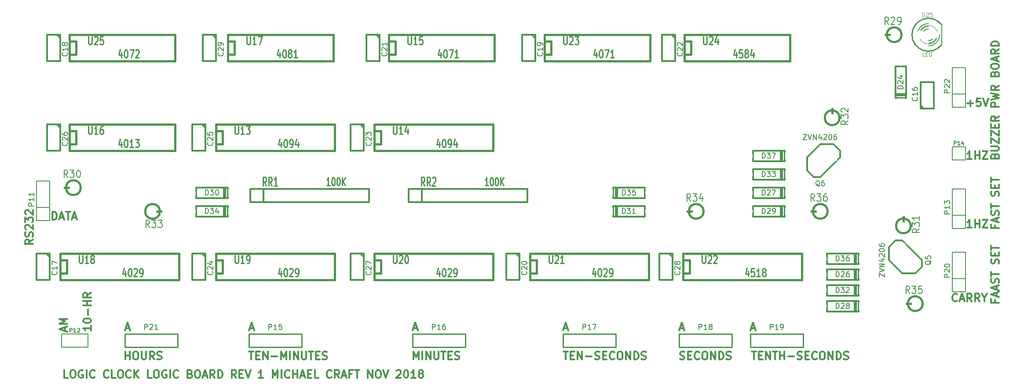
<source format=gto>
G04 (created by PCBNEW (2013-jul-07)-stable) date Sat 24 Nov 2018 12:45:13 PM EST*
%MOIN*%
G04 Gerber Fmt 3.4, Leading zero omitted, Abs format*
%FSLAX34Y34*%
G01*
G70*
G90*
G04 APERTURE LIST*
%ADD10C,0.00590551*%
%ADD11C,0.011811*%
%ADD12C,0.006*%
%ADD13C,0.012*%
%ADD14C,0.015*%
%ADD15C,0.01*%
%ADD16C,0.008*%
%ADD17C,0.003*%
%ADD18C,0.0107*%
%ADD19C,0.0035*%
%ADD20C,0.01125*%
%ADD21C,0.2*%
%ADD22R,0.055X0.055*%
%ADD23C,0.055*%
%ADD24R,0.06X0.06*%
%ADD25C,0.06*%
%ADD26C,0.066*%
G04 APERTURE END LIST*
G54D10*
G54D11*
X18639Y-46142D02*
X18357Y-46338D01*
X18639Y-46479D02*
X18048Y-46479D01*
X18048Y-46254D01*
X18076Y-46198D01*
X18104Y-46170D01*
X18160Y-46142D01*
X18245Y-46142D01*
X18301Y-46170D01*
X18329Y-46198D01*
X18357Y-46254D01*
X18357Y-46479D01*
X18610Y-45917D02*
X18639Y-45832D01*
X18639Y-45692D01*
X18610Y-45635D01*
X18582Y-45607D01*
X18526Y-45579D01*
X18470Y-45579D01*
X18414Y-45607D01*
X18385Y-45635D01*
X18357Y-45692D01*
X18329Y-45804D01*
X18301Y-45860D01*
X18273Y-45888D01*
X18217Y-45917D01*
X18160Y-45917D01*
X18104Y-45888D01*
X18076Y-45860D01*
X18048Y-45804D01*
X18048Y-45664D01*
X18076Y-45579D01*
X18104Y-45354D02*
X18076Y-45326D01*
X18048Y-45270D01*
X18048Y-45129D01*
X18076Y-45073D01*
X18104Y-45045D01*
X18160Y-45017D01*
X18217Y-45017D01*
X18301Y-45045D01*
X18639Y-45382D01*
X18639Y-45017D01*
X18048Y-44820D02*
X18048Y-44454D01*
X18273Y-44651D01*
X18273Y-44567D01*
X18301Y-44511D01*
X18329Y-44482D01*
X18385Y-44454D01*
X18526Y-44454D01*
X18582Y-44482D01*
X18610Y-44511D01*
X18639Y-44567D01*
X18639Y-44735D01*
X18610Y-44792D01*
X18582Y-44820D01*
X18104Y-44229D02*
X18076Y-44201D01*
X18048Y-44145D01*
X18048Y-44004D01*
X18076Y-43948D01*
X18104Y-43920D01*
X18160Y-43892D01*
X18217Y-43892D01*
X18301Y-43920D01*
X18639Y-44257D01*
X18639Y-43892D01*
X20114Y-44639D02*
X20114Y-44048D01*
X20254Y-44048D01*
X20339Y-44076D01*
X20395Y-44132D01*
X20423Y-44189D01*
X20451Y-44301D01*
X20451Y-44385D01*
X20423Y-44498D01*
X20395Y-44554D01*
X20339Y-44610D01*
X20254Y-44639D01*
X20114Y-44639D01*
X20676Y-44470D02*
X20957Y-44470D01*
X20620Y-44639D02*
X20817Y-44048D01*
X21014Y-44639D01*
X21126Y-44048D02*
X21464Y-44048D01*
X21295Y-44639D02*
X21295Y-44048D01*
X21632Y-44470D02*
X21913Y-44470D01*
X21576Y-44639D02*
X21773Y-44048D01*
X21970Y-44639D01*
X73059Y-52870D02*
X73340Y-52870D01*
X73003Y-53039D02*
X73200Y-52448D01*
X73396Y-53039D01*
X67659Y-52870D02*
X67940Y-52870D01*
X67603Y-53039D02*
X67800Y-52448D01*
X67996Y-53039D01*
X58859Y-52870D02*
X59140Y-52870D01*
X58803Y-53039D02*
X59000Y-52448D01*
X59196Y-53039D01*
X47459Y-52870D02*
X47740Y-52870D01*
X47403Y-53039D02*
X47600Y-52448D01*
X47796Y-53039D01*
X35059Y-52870D02*
X35340Y-52870D01*
X35003Y-53039D02*
X35200Y-52448D01*
X35396Y-53039D01*
X25659Y-52870D02*
X25940Y-52870D01*
X25603Y-53039D02*
X25800Y-52448D01*
X25996Y-53039D01*
X23039Y-52682D02*
X23039Y-53020D01*
X23039Y-52851D02*
X22448Y-52851D01*
X22532Y-52907D01*
X22589Y-52963D01*
X22617Y-53020D01*
X22448Y-52317D02*
X22448Y-52260D01*
X22476Y-52204D01*
X22504Y-52176D01*
X22560Y-52148D01*
X22673Y-52120D01*
X22814Y-52120D01*
X22926Y-52148D01*
X22982Y-52176D01*
X23010Y-52204D01*
X23039Y-52260D01*
X23039Y-52317D01*
X23010Y-52373D01*
X22982Y-52401D01*
X22926Y-52429D01*
X22814Y-52457D01*
X22673Y-52457D01*
X22560Y-52429D01*
X22504Y-52401D01*
X22476Y-52373D01*
X22448Y-52317D01*
X22814Y-51867D02*
X22814Y-51417D01*
X23039Y-51135D02*
X22448Y-51135D01*
X22729Y-51135D02*
X22729Y-50798D01*
X23039Y-50798D02*
X22448Y-50798D01*
X23039Y-50179D02*
X22757Y-50376D01*
X23039Y-50517D02*
X22448Y-50517D01*
X22448Y-50292D01*
X22476Y-50236D01*
X22504Y-50207D01*
X22560Y-50179D01*
X22645Y-50179D01*
X22701Y-50207D01*
X22729Y-50236D01*
X22757Y-50292D01*
X22757Y-50517D01*
X21070Y-53078D02*
X21070Y-52796D01*
X21239Y-53134D02*
X20648Y-52937D01*
X21239Y-52740D01*
X21239Y-52543D02*
X20648Y-52543D01*
X21070Y-52346D01*
X20648Y-52150D01*
X21239Y-52150D01*
X25636Y-55239D02*
X25636Y-54648D01*
X25636Y-54929D02*
X25973Y-54929D01*
X25973Y-55239D02*
X25973Y-54648D01*
X26367Y-54648D02*
X26479Y-54648D01*
X26535Y-54676D01*
X26592Y-54732D01*
X26620Y-54845D01*
X26620Y-55042D01*
X26592Y-55154D01*
X26535Y-55210D01*
X26479Y-55239D01*
X26367Y-55239D01*
X26311Y-55210D01*
X26254Y-55154D01*
X26226Y-55042D01*
X26226Y-54845D01*
X26254Y-54732D01*
X26311Y-54676D01*
X26367Y-54648D01*
X26873Y-54648D02*
X26873Y-55126D01*
X26901Y-55182D01*
X26929Y-55210D01*
X26985Y-55239D01*
X27098Y-55239D01*
X27154Y-55210D01*
X27182Y-55182D01*
X27210Y-55126D01*
X27210Y-54648D01*
X27829Y-55239D02*
X27632Y-54957D01*
X27492Y-55239D02*
X27492Y-54648D01*
X27717Y-54648D01*
X27773Y-54676D01*
X27801Y-54704D01*
X27829Y-54760D01*
X27829Y-54845D01*
X27801Y-54901D01*
X27773Y-54929D01*
X27717Y-54957D01*
X27492Y-54957D01*
X28054Y-55210D02*
X28138Y-55239D01*
X28279Y-55239D01*
X28335Y-55210D01*
X28363Y-55182D01*
X28392Y-55126D01*
X28392Y-55070D01*
X28363Y-55014D01*
X28335Y-54985D01*
X28279Y-54957D01*
X28167Y-54929D01*
X28110Y-54901D01*
X28082Y-54873D01*
X28054Y-54817D01*
X28054Y-54760D01*
X28082Y-54704D01*
X28110Y-54676D01*
X28167Y-54648D01*
X28307Y-54648D01*
X28392Y-54676D01*
X35019Y-54648D02*
X35356Y-54648D01*
X35187Y-55239D02*
X35187Y-54648D01*
X35553Y-54929D02*
X35750Y-54929D01*
X35834Y-55239D02*
X35553Y-55239D01*
X35553Y-54648D01*
X35834Y-54648D01*
X36087Y-55239D02*
X36087Y-54648D01*
X36425Y-55239D01*
X36425Y-54648D01*
X36706Y-55014D02*
X37156Y-55014D01*
X37437Y-55239D02*
X37437Y-54648D01*
X37634Y-55070D01*
X37831Y-54648D01*
X37831Y-55239D01*
X38112Y-55239D02*
X38112Y-54648D01*
X38393Y-55239D02*
X38393Y-54648D01*
X38731Y-55239D01*
X38731Y-54648D01*
X39012Y-54648D02*
X39012Y-55126D01*
X39040Y-55182D01*
X39068Y-55210D01*
X39124Y-55239D01*
X39237Y-55239D01*
X39293Y-55210D01*
X39321Y-55182D01*
X39349Y-55126D01*
X39349Y-54648D01*
X39546Y-54648D02*
X39884Y-54648D01*
X39715Y-55239D02*
X39715Y-54648D01*
X40080Y-54929D02*
X40277Y-54929D01*
X40362Y-55239D02*
X40080Y-55239D01*
X40080Y-54648D01*
X40362Y-54648D01*
X40587Y-55210D02*
X40671Y-55239D01*
X40812Y-55239D01*
X40868Y-55210D01*
X40896Y-55182D01*
X40924Y-55126D01*
X40924Y-55070D01*
X40896Y-55014D01*
X40868Y-54985D01*
X40812Y-54957D01*
X40699Y-54929D01*
X40643Y-54901D01*
X40615Y-54873D01*
X40587Y-54817D01*
X40587Y-54760D01*
X40615Y-54704D01*
X40643Y-54676D01*
X40699Y-54648D01*
X40840Y-54648D01*
X40924Y-54676D01*
X47470Y-55239D02*
X47470Y-54648D01*
X47667Y-55070D01*
X47864Y-54648D01*
X47864Y-55239D01*
X48145Y-55239D02*
X48145Y-54648D01*
X48426Y-55239D02*
X48426Y-54648D01*
X48764Y-55239D01*
X48764Y-54648D01*
X49045Y-54648D02*
X49045Y-55126D01*
X49073Y-55182D01*
X49101Y-55210D01*
X49157Y-55239D01*
X49270Y-55239D01*
X49326Y-55210D01*
X49354Y-55182D01*
X49382Y-55126D01*
X49382Y-54648D01*
X49579Y-54648D02*
X49917Y-54648D01*
X49748Y-55239D02*
X49748Y-54648D01*
X50113Y-54929D02*
X50310Y-54929D01*
X50395Y-55239D02*
X50113Y-55239D01*
X50113Y-54648D01*
X50395Y-54648D01*
X50620Y-55210D02*
X50704Y-55239D01*
X50845Y-55239D01*
X50901Y-55210D01*
X50929Y-55182D01*
X50957Y-55126D01*
X50957Y-55070D01*
X50929Y-55014D01*
X50901Y-54985D01*
X50845Y-54957D01*
X50732Y-54929D01*
X50676Y-54901D01*
X50648Y-54873D01*
X50620Y-54817D01*
X50620Y-54760D01*
X50648Y-54704D01*
X50676Y-54676D01*
X50732Y-54648D01*
X50873Y-54648D01*
X50957Y-54676D01*
X58850Y-54648D02*
X59187Y-54648D01*
X59019Y-55239D02*
X59019Y-54648D01*
X59384Y-54929D02*
X59581Y-54929D01*
X59665Y-55239D02*
X59384Y-55239D01*
X59384Y-54648D01*
X59665Y-54648D01*
X59919Y-55239D02*
X59919Y-54648D01*
X60256Y-55239D01*
X60256Y-54648D01*
X60537Y-55014D02*
X60987Y-55014D01*
X61240Y-55210D02*
X61325Y-55239D01*
X61465Y-55239D01*
X61521Y-55210D01*
X61550Y-55182D01*
X61578Y-55126D01*
X61578Y-55070D01*
X61550Y-55014D01*
X61521Y-54985D01*
X61465Y-54957D01*
X61353Y-54929D01*
X61296Y-54901D01*
X61268Y-54873D01*
X61240Y-54817D01*
X61240Y-54760D01*
X61268Y-54704D01*
X61296Y-54676D01*
X61353Y-54648D01*
X61493Y-54648D01*
X61578Y-54676D01*
X61831Y-54929D02*
X62028Y-54929D01*
X62112Y-55239D02*
X61831Y-55239D01*
X61831Y-54648D01*
X62112Y-54648D01*
X62703Y-55182D02*
X62674Y-55210D01*
X62590Y-55239D01*
X62534Y-55239D01*
X62449Y-55210D01*
X62393Y-55154D01*
X62365Y-55098D01*
X62337Y-54985D01*
X62337Y-54901D01*
X62365Y-54789D01*
X62393Y-54732D01*
X62449Y-54676D01*
X62534Y-54648D01*
X62590Y-54648D01*
X62674Y-54676D01*
X62703Y-54704D01*
X63068Y-54648D02*
X63181Y-54648D01*
X63237Y-54676D01*
X63293Y-54732D01*
X63321Y-54845D01*
X63321Y-55042D01*
X63293Y-55154D01*
X63237Y-55210D01*
X63181Y-55239D01*
X63068Y-55239D01*
X63012Y-55210D01*
X62956Y-55154D01*
X62928Y-55042D01*
X62928Y-54845D01*
X62956Y-54732D01*
X63012Y-54676D01*
X63068Y-54648D01*
X63574Y-55239D02*
X63574Y-54648D01*
X63912Y-55239D01*
X63912Y-54648D01*
X64193Y-55239D02*
X64193Y-54648D01*
X64334Y-54648D01*
X64418Y-54676D01*
X64474Y-54732D01*
X64502Y-54789D01*
X64530Y-54901D01*
X64530Y-54985D01*
X64502Y-55098D01*
X64474Y-55154D01*
X64418Y-55210D01*
X64334Y-55239D01*
X64193Y-55239D01*
X64755Y-55210D02*
X64840Y-55239D01*
X64980Y-55239D01*
X65037Y-55210D01*
X65065Y-55182D01*
X65093Y-55126D01*
X65093Y-55070D01*
X65065Y-55014D01*
X65037Y-54985D01*
X64980Y-54957D01*
X64868Y-54929D01*
X64812Y-54901D01*
X64784Y-54873D01*
X64755Y-54817D01*
X64755Y-54760D01*
X64784Y-54704D01*
X64812Y-54676D01*
X64868Y-54648D01*
X65008Y-54648D01*
X65093Y-54676D01*
X67673Y-55210D02*
X67758Y-55239D01*
X67898Y-55239D01*
X67954Y-55210D01*
X67983Y-55182D01*
X68011Y-55126D01*
X68011Y-55070D01*
X67983Y-55014D01*
X67954Y-54985D01*
X67898Y-54957D01*
X67786Y-54929D01*
X67729Y-54901D01*
X67701Y-54873D01*
X67673Y-54817D01*
X67673Y-54760D01*
X67701Y-54704D01*
X67729Y-54676D01*
X67786Y-54648D01*
X67926Y-54648D01*
X68011Y-54676D01*
X68264Y-54929D02*
X68461Y-54929D01*
X68545Y-55239D02*
X68264Y-55239D01*
X68264Y-54648D01*
X68545Y-54648D01*
X69135Y-55182D02*
X69107Y-55210D01*
X69023Y-55239D01*
X68967Y-55239D01*
X68882Y-55210D01*
X68826Y-55154D01*
X68798Y-55098D01*
X68770Y-54985D01*
X68770Y-54901D01*
X68798Y-54789D01*
X68826Y-54732D01*
X68882Y-54676D01*
X68967Y-54648D01*
X69023Y-54648D01*
X69107Y-54676D01*
X69135Y-54704D01*
X69501Y-54648D02*
X69614Y-54648D01*
X69670Y-54676D01*
X69726Y-54732D01*
X69754Y-54845D01*
X69754Y-55042D01*
X69726Y-55154D01*
X69670Y-55210D01*
X69614Y-55239D01*
X69501Y-55239D01*
X69445Y-55210D01*
X69389Y-55154D01*
X69360Y-55042D01*
X69360Y-54845D01*
X69389Y-54732D01*
X69445Y-54676D01*
X69501Y-54648D01*
X70007Y-55239D02*
X70007Y-54648D01*
X70345Y-55239D01*
X70345Y-54648D01*
X70626Y-55239D02*
X70626Y-54648D01*
X70767Y-54648D01*
X70851Y-54676D01*
X70907Y-54732D01*
X70935Y-54789D01*
X70963Y-54901D01*
X70963Y-54985D01*
X70935Y-55098D01*
X70907Y-55154D01*
X70851Y-55210D01*
X70767Y-55239D01*
X70626Y-55239D01*
X71188Y-55210D02*
X71273Y-55239D01*
X71413Y-55239D01*
X71470Y-55210D01*
X71498Y-55182D01*
X71526Y-55126D01*
X71526Y-55070D01*
X71498Y-55014D01*
X71470Y-54985D01*
X71413Y-54957D01*
X71301Y-54929D01*
X71245Y-54901D01*
X71216Y-54873D01*
X71188Y-54817D01*
X71188Y-54760D01*
X71216Y-54704D01*
X71245Y-54676D01*
X71301Y-54648D01*
X71441Y-54648D01*
X71526Y-54676D01*
X73116Y-54648D02*
X73453Y-54648D01*
X73284Y-55239D02*
X73284Y-54648D01*
X73650Y-54929D02*
X73847Y-54929D01*
X73931Y-55239D02*
X73650Y-55239D01*
X73650Y-54648D01*
X73931Y-54648D01*
X74184Y-55239D02*
X74184Y-54648D01*
X74522Y-55239D01*
X74522Y-54648D01*
X74719Y-54648D02*
X75056Y-54648D01*
X74887Y-55239D02*
X74887Y-54648D01*
X75253Y-55239D02*
X75253Y-54648D01*
X75253Y-54929D02*
X75590Y-54929D01*
X75590Y-55239D02*
X75590Y-54648D01*
X75871Y-55014D02*
X76321Y-55014D01*
X76575Y-55210D02*
X76659Y-55239D01*
X76800Y-55239D01*
X76856Y-55210D01*
X76884Y-55182D01*
X76912Y-55126D01*
X76912Y-55070D01*
X76884Y-55014D01*
X76856Y-54985D01*
X76800Y-54957D01*
X76687Y-54929D01*
X76631Y-54901D01*
X76603Y-54873D01*
X76575Y-54817D01*
X76575Y-54760D01*
X76603Y-54704D01*
X76631Y-54676D01*
X76687Y-54648D01*
X76828Y-54648D01*
X76912Y-54676D01*
X77165Y-54929D02*
X77362Y-54929D01*
X77446Y-55239D02*
X77165Y-55239D01*
X77165Y-54648D01*
X77446Y-54648D01*
X78037Y-55182D02*
X78009Y-55210D01*
X77924Y-55239D01*
X77868Y-55239D01*
X77784Y-55210D01*
X77728Y-55154D01*
X77699Y-55098D01*
X77671Y-54985D01*
X77671Y-54901D01*
X77699Y-54789D01*
X77728Y-54732D01*
X77784Y-54676D01*
X77868Y-54648D01*
X77924Y-54648D01*
X78009Y-54676D01*
X78037Y-54704D01*
X78402Y-54648D02*
X78515Y-54648D01*
X78571Y-54676D01*
X78627Y-54732D01*
X78656Y-54845D01*
X78656Y-55042D01*
X78627Y-55154D01*
X78571Y-55210D01*
X78515Y-55239D01*
X78402Y-55239D01*
X78346Y-55210D01*
X78290Y-55154D01*
X78262Y-55042D01*
X78262Y-54845D01*
X78290Y-54732D01*
X78346Y-54676D01*
X78402Y-54648D01*
X78909Y-55239D02*
X78909Y-54648D01*
X79246Y-55239D01*
X79246Y-54648D01*
X79527Y-55239D02*
X79527Y-54648D01*
X79668Y-54648D01*
X79752Y-54676D01*
X79808Y-54732D01*
X79837Y-54789D01*
X79865Y-54901D01*
X79865Y-54985D01*
X79837Y-55098D01*
X79808Y-55154D01*
X79752Y-55210D01*
X79668Y-55239D01*
X79527Y-55239D01*
X80090Y-55210D02*
X80174Y-55239D01*
X80315Y-55239D01*
X80371Y-55210D01*
X80399Y-55182D01*
X80427Y-55126D01*
X80427Y-55070D01*
X80399Y-55014D01*
X80371Y-54985D01*
X80315Y-54957D01*
X80202Y-54929D01*
X80146Y-54901D01*
X80118Y-54873D01*
X80090Y-54817D01*
X80090Y-54760D01*
X80118Y-54704D01*
X80146Y-54676D01*
X80202Y-54648D01*
X80343Y-54648D01*
X80427Y-54676D01*
X91529Y-50726D02*
X91529Y-50923D01*
X91839Y-50923D02*
X91248Y-50923D01*
X91248Y-50641D01*
X91670Y-50445D02*
X91670Y-50163D01*
X91839Y-50501D02*
X91248Y-50304D01*
X91839Y-50107D01*
X91670Y-49938D02*
X91670Y-49657D01*
X91839Y-49995D02*
X91248Y-49798D01*
X91839Y-49601D01*
X91810Y-49432D02*
X91839Y-49348D01*
X91839Y-49207D01*
X91810Y-49151D01*
X91782Y-49123D01*
X91726Y-49095D01*
X91670Y-49095D01*
X91614Y-49123D01*
X91585Y-49151D01*
X91557Y-49207D01*
X91529Y-49320D01*
X91501Y-49376D01*
X91473Y-49404D01*
X91417Y-49432D01*
X91360Y-49432D01*
X91304Y-49404D01*
X91276Y-49376D01*
X91248Y-49320D01*
X91248Y-49179D01*
X91276Y-49095D01*
X91248Y-48926D02*
X91248Y-48589D01*
X91839Y-48757D02*
X91248Y-48757D01*
X91810Y-47970D02*
X91839Y-47886D01*
X91839Y-47745D01*
X91810Y-47689D01*
X91782Y-47661D01*
X91726Y-47632D01*
X91670Y-47632D01*
X91614Y-47661D01*
X91585Y-47689D01*
X91557Y-47745D01*
X91529Y-47857D01*
X91501Y-47914D01*
X91473Y-47942D01*
X91417Y-47970D01*
X91360Y-47970D01*
X91304Y-47942D01*
X91276Y-47914D01*
X91248Y-47857D01*
X91248Y-47717D01*
X91276Y-47632D01*
X91529Y-47379D02*
X91529Y-47183D01*
X91839Y-47098D02*
X91839Y-47379D01*
X91248Y-47379D01*
X91248Y-47098D01*
X91248Y-46929D02*
X91248Y-46592D01*
X91839Y-46761D02*
X91248Y-46761D01*
X88686Y-50782D02*
X88657Y-50810D01*
X88573Y-50839D01*
X88517Y-50839D01*
X88432Y-50810D01*
X88376Y-50754D01*
X88348Y-50698D01*
X88320Y-50585D01*
X88320Y-50501D01*
X88348Y-50389D01*
X88376Y-50332D01*
X88432Y-50276D01*
X88517Y-50248D01*
X88573Y-50248D01*
X88657Y-50276D01*
X88686Y-50304D01*
X88911Y-50670D02*
X89192Y-50670D01*
X88854Y-50839D02*
X89051Y-50248D01*
X89248Y-50839D01*
X89782Y-50839D02*
X89585Y-50557D01*
X89445Y-50839D02*
X89445Y-50248D01*
X89670Y-50248D01*
X89726Y-50276D01*
X89754Y-50304D01*
X89782Y-50360D01*
X89782Y-50445D01*
X89754Y-50501D01*
X89726Y-50529D01*
X89670Y-50557D01*
X89445Y-50557D01*
X90373Y-50839D02*
X90176Y-50557D01*
X90035Y-50839D02*
X90035Y-50248D01*
X90260Y-50248D01*
X90317Y-50276D01*
X90345Y-50304D01*
X90373Y-50360D01*
X90373Y-50445D01*
X90345Y-50501D01*
X90317Y-50529D01*
X90260Y-50557D01*
X90035Y-50557D01*
X90738Y-50557D02*
X90738Y-50839D01*
X90542Y-50248D02*
X90738Y-50557D01*
X90935Y-50248D01*
X91529Y-45073D02*
X91529Y-45270D01*
X91839Y-45270D02*
X91248Y-45270D01*
X91248Y-44988D01*
X91670Y-44792D02*
X91670Y-44510D01*
X91839Y-44848D02*
X91248Y-44651D01*
X91839Y-44454D01*
X91810Y-44285D02*
X91839Y-44201D01*
X91839Y-44060D01*
X91810Y-44004D01*
X91782Y-43976D01*
X91726Y-43948D01*
X91670Y-43948D01*
X91614Y-43976D01*
X91585Y-44004D01*
X91557Y-44060D01*
X91529Y-44173D01*
X91501Y-44229D01*
X91473Y-44257D01*
X91417Y-44285D01*
X91360Y-44285D01*
X91304Y-44257D01*
X91276Y-44229D01*
X91248Y-44173D01*
X91248Y-44032D01*
X91276Y-43948D01*
X91248Y-43779D02*
X91248Y-43442D01*
X91839Y-43610D02*
X91248Y-43610D01*
X91810Y-42823D02*
X91839Y-42739D01*
X91839Y-42598D01*
X91810Y-42542D01*
X91782Y-42514D01*
X91726Y-42486D01*
X91670Y-42486D01*
X91614Y-42514D01*
X91585Y-42542D01*
X91557Y-42598D01*
X91529Y-42711D01*
X91501Y-42767D01*
X91473Y-42795D01*
X91417Y-42823D01*
X91360Y-42823D01*
X91304Y-42795D01*
X91276Y-42767D01*
X91248Y-42711D01*
X91248Y-42570D01*
X91276Y-42486D01*
X91529Y-42232D02*
X91529Y-42036D01*
X91839Y-41951D02*
X91839Y-42232D01*
X91248Y-42232D01*
X91248Y-41951D01*
X91248Y-41783D02*
X91248Y-41445D01*
X91839Y-41614D02*
X91248Y-41614D01*
X89778Y-45239D02*
X89440Y-45239D01*
X89609Y-45239D02*
X89609Y-44648D01*
X89553Y-44732D01*
X89496Y-44789D01*
X89440Y-44817D01*
X90031Y-45239D02*
X90031Y-44648D01*
X90031Y-44929D02*
X90368Y-44929D01*
X90368Y-45239D02*
X90368Y-44648D01*
X90593Y-44648D02*
X90987Y-44648D01*
X90593Y-45239D01*
X90987Y-45239D01*
X91529Y-39792D02*
X91557Y-39707D01*
X91585Y-39679D01*
X91642Y-39651D01*
X91726Y-39651D01*
X91782Y-39679D01*
X91810Y-39707D01*
X91839Y-39763D01*
X91839Y-39988D01*
X91248Y-39988D01*
X91248Y-39792D01*
X91276Y-39735D01*
X91304Y-39707D01*
X91360Y-39679D01*
X91417Y-39679D01*
X91473Y-39707D01*
X91501Y-39735D01*
X91529Y-39792D01*
X91529Y-39988D01*
X91248Y-39398D02*
X91726Y-39398D01*
X91782Y-39370D01*
X91810Y-39342D01*
X91839Y-39285D01*
X91839Y-39173D01*
X91810Y-39117D01*
X91782Y-39088D01*
X91726Y-39060D01*
X91248Y-39060D01*
X91248Y-38835D02*
X91248Y-38442D01*
X91839Y-38835D01*
X91839Y-38442D01*
X91248Y-38273D02*
X91248Y-37879D01*
X91839Y-38273D01*
X91839Y-37879D01*
X91529Y-37654D02*
X91529Y-37457D01*
X91839Y-37373D02*
X91839Y-37654D01*
X91248Y-37654D01*
X91248Y-37373D01*
X91839Y-36783D02*
X91557Y-36979D01*
X91839Y-37120D02*
X91248Y-37120D01*
X91248Y-36895D01*
X91276Y-36839D01*
X91304Y-36811D01*
X91360Y-36783D01*
X91445Y-36783D01*
X91501Y-36811D01*
X91529Y-36839D01*
X91557Y-36895D01*
X91557Y-37120D01*
X89778Y-40039D02*
X89440Y-40039D01*
X89609Y-40039D02*
X89609Y-39448D01*
X89553Y-39532D01*
X89496Y-39589D01*
X89440Y-39617D01*
X90031Y-40039D02*
X90031Y-39448D01*
X90031Y-39729D02*
X90368Y-39729D01*
X90368Y-40039D02*
X90368Y-39448D01*
X90593Y-39448D02*
X90987Y-39448D01*
X90593Y-40039D01*
X90987Y-40039D01*
X91839Y-36060D02*
X91248Y-36060D01*
X91248Y-35835D01*
X91276Y-35779D01*
X91304Y-35751D01*
X91360Y-35723D01*
X91445Y-35723D01*
X91501Y-35751D01*
X91529Y-35779D01*
X91557Y-35835D01*
X91557Y-36060D01*
X91248Y-35526D02*
X91839Y-35385D01*
X91417Y-35273D01*
X91839Y-35160D01*
X91248Y-35020D01*
X91839Y-34457D02*
X91557Y-34654D01*
X91839Y-34795D02*
X91248Y-34795D01*
X91248Y-34570D01*
X91276Y-34513D01*
X91304Y-34485D01*
X91360Y-34457D01*
X91445Y-34457D01*
X91501Y-34485D01*
X91529Y-34513D01*
X91557Y-34570D01*
X91557Y-34795D01*
X91529Y-33557D02*
X91557Y-33473D01*
X91585Y-33445D01*
X91642Y-33417D01*
X91726Y-33417D01*
X91782Y-33445D01*
X91810Y-33473D01*
X91839Y-33529D01*
X91839Y-33754D01*
X91248Y-33754D01*
X91248Y-33557D01*
X91276Y-33501D01*
X91304Y-33473D01*
X91360Y-33445D01*
X91417Y-33445D01*
X91473Y-33473D01*
X91501Y-33501D01*
X91529Y-33557D01*
X91529Y-33754D01*
X91248Y-33051D02*
X91248Y-32939D01*
X91276Y-32882D01*
X91332Y-32826D01*
X91445Y-32798D01*
X91642Y-32798D01*
X91754Y-32826D01*
X91810Y-32882D01*
X91839Y-32939D01*
X91839Y-33051D01*
X91810Y-33107D01*
X91754Y-33164D01*
X91642Y-33192D01*
X91445Y-33192D01*
X91332Y-33164D01*
X91276Y-33107D01*
X91248Y-33051D01*
X91670Y-32573D02*
X91670Y-32292D01*
X91839Y-32629D02*
X91248Y-32432D01*
X91839Y-32236D01*
X91839Y-31701D02*
X91557Y-31898D01*
X91839Y-32039D02*
X91248Y-32039D01*
X91248Y-31814D01*
X91276Y-31758D01*
X91304Y-31729D01*
X91360Y-31701D01*
X91445Y-31701D01*
X91501Y-31729D01*
X91529Y-31758D01*
X91557Y-31814D01*
X91557Y-32039D01*
X91839Y-31448D02*
X91248Y-31448D01*
X91248Y-31308D01*
X91276Y-31223D01*
X91332Y-31167D01*
X91389Y-31139D01*
X91501Y-31111D01*
X91585Y-31111D01*
X91698Y-31139D01*
X91754Y-31167D01*
X91810Y-31223D01*
X91839Y-31308D01*
X91839Y-31448D01*
X89440Y-35814D02*
X89890Y-35814D01*
X89665Y-36039D02*
X89665Y-35589D01*
X90453Y-35448D02*
X90171Y-35448D01*
X90143Y-35729D01*
X90171Y-35701D01*
X90228Y-35673D01*
X90368Y-35673D01*
X90424Y-35701D01*
X90453Y-35729D01*
X90481Y-35785D01*
X90481Y-35926D01*
X90453Y-35982D01*
X90424Y-36010D01*
X90368Y-36039D01*
X90228Y-36039D01*
X90171Y-36010D01*
X90143Y-35982D01*
X90649Y-35448D02*
X90846Y-36039D01*
X91043Y-35448D01*
X21298Y-56639D02*
X21017Y-56639D01*
X21017Y-56048D01*
X21607Y-56048D02*
X21720Y-56048D01*
X21776Y-56076D01*
X21832Y-56132D01*
X21860Y-56245D01*
X21860Y-56442D01*
X21832Y-56554D01*
X21776Y-56610D01*
X21720Y-56639D01*
X21607Y-56639D01*
X21551Y-56610D01*
X21495Y-56554D01*
X21467Y-56442D01*
X21467Y-56245D01*
X21495Y-56132D01*
X21551Y-56076D01*
X21607Y-56048D01*
X22423Y-56076D02*
X22367Y-56048D01*
X22282Y-56048D01*
X22198Y-56076D01*
X22142Y-56132D01*
X22114Y-56189D01*
X22085Y-56301D01*
X22085Y-56385D01*
X22114Y-56498D01*
X22142Y-56554D01*
X22198Y-56610D01*
X22282Y-56639D01*
X22339Y-56639D01*
X22423Y-56610D01*
X22451Y-56582D01*
X22451Y-56385D01*
X22339Y-56385D01*
X22704Y-56639D02*
X22704Y-56048D01*
X23323Y-56582D02*
X23295Y-56610D01*
X23210Y-56639D01*
X23154Y-56639D01*
X23070Y-56610D01*
X23013Y-56554D01*
X22985Y-56498D01*
X22957Y-56385D01*
X22957Y-56301D01*
X22985Y-56189D01*
X23013Y-56132D01*
X23070Y-56076D01*
X23154Y-56048D01*
X23210Y-56048D01*
X23295Y-56076D01*
X23323Y-56104D01*
X24363Y-56582D02*
X24335Y-56610D01*
X24251Y-56639D01*
X24195Y-56639D01*
X24110Y-56610D01*
X24054Y-56554D01*
X24026Y-56498D01*
X23998Y-56385D01*
X23998Y-56301D01*
X24026Y-56189D01*
X24054Y-56132D01*
X24110Y-56076D01*
X24195Y-56048D01*
X24251Y-56048D01*
X24335Y-56076D01*
X24363Y-56104D01*
X24898Y-56639D02*
X24616Y-56639D01*
X24616Y-56048D01*
X25207Y-56048D02*
X25319Y-56048D01*
X25376Y-56076D01*
X25432Y-56132D01*
X25460Y-56245D01*
X25460Y-56442D01*
X25432Y-56554D01*
X25376Y-56610D01*
X25319Y-56639D01*
X25207Y-56639D01*
X25151Y-56610D01*
X25094Y-56554D01*
X25066Y-56442D01*
X25066Y-56245D01*
X25094Y-56132D01*
X25151Y-56076D01*
X25207Y-56048D01*
X26051Y-56582D02*
X26022Y-56610D01*
X25938Y-56639D01*
X25882Y-56639D01*
X25797Y-56610D01*
X25741Y-56554D01*
X25713Y-56498D01*
X25685Y-56385D01*
X25685Y-56301D01*
X25713Y-56189D01*
X25741Y-56132D01*
X25797Y-56076D01*
X25882Y-56048D01*
X25938Y-56048D01*
X26022Y-56076D01*
X26051Y-56104D01*
X26304Y-56639D02*
X26304Y-56048D01*
X26641Y-56639D02*
X26388Y-56301D01*
X26641Y-56048D02*
X26304Y-56385D01*
X27625Y-56639D02*
X27344Y-56639D01*
X27344Y-56048D01*
X27935Y-56048D02*
X28047Y-56048D01*
X28103Y-56076D01*
X28160Y-56132D01*
X28188Y-56245D01*
X28188Y-56442D01*
X28160Y-56554D01*
X28103Y-56610D01*
X28047Y-56639D01*
X27935Y-56639D01*
X27878Y-56610D01*
X27822Y-56554D01*
X27794Y-56442D01*
X27794Y-56245D01*
X27822Y-56132D01*
X27878Y-56076D01*
X27935Y-56048D01*
X28750Y-56076D02*
X28694Y-56048D01*
X28610Y-56048D01*
X28525Y-56076D01*
X28469Y-56132D01*
X28441Y-56189D01*
X28413Y-56301D01*
X28413Y-56385D01*
X28441Y-56498D01*
X28469Y-56554D01*
X28525Y-56610D01*
X28610Y-56639D01*
X28666Y-56639D01*
X28750Y-56610D01*
X28778Y-56582D01*
X28778Y-56385D01*
X28666Y-56385D01*
X29031Y-56639D02*
X29031Y-56048D01*
X29650Y-56582D02*
X29622Y-56610D01*
X29538Y-56639D01*
X29481Y-56639D01*
X29397Y-56610D01*
X29341Y-56554D01*
X29313Y-56498D01*
X29285Y-56385D01*
X29285Y-56301D01*
X29313Y-56189D01*
X29341Y-56132D01*
X29397Y-56076D01*
X29481Y-56048D01*
X29538Y-56048D01*
X29622Y-56076D01*
X29650Y-56104D01*
X30550Y-56329D02*
X30634Y-56357D01*
X30662Y-56385D01*
X30691Y-56442D01*
X30691Y-56526D01*
X30662Y-56582D01*
X30634Y-56610D01*
X30578Y-56639D01*
X30353Y-56639D01*
X30353Y-56048D01*
X30550Y-56048D01*
X30606Y-56076D01*
X30634Y-56104D01*
X30662Y-56160D01*
X30662Y-56217D01*
X30634Y-56273D01*
X30606Y-56301D01*
X30550Y-56329D01*
X30353Y-56329D01*
X31056Y-56048D02*
X31169Y-56048D01*
X31225Y-56076D01*
X31281Y-56132D01*
X31309Y-56245D01*
X31309Y-56442D01*
X31281Y-56554D01*
X31225Y-56610D01*
X31169Y-56639D01*
X31056Y-56639D01*
X31000Y-56610D01*
X30944Y-56554D01*
X30916Y-56442D01*
X30916Y-56245D01*
X30944Y-56132D01*
X31000Y-56076D01*
X31056Y-56048D01*
X31534Y-56470D02*
X31815Y-56470D01*
X31478Y-56639D02*
X31675Y-56048D01*
X31872Y-56639D01*
X32406Y-56639D02*
X32209Y-56357D01*
X32069Y-56639D02*
X32069Y-56048D01*
X32294Y-56048D01*
X32350Y-56076D01*
X32378Y-56104D01*
X32406Y-56160D01*
X32406Y-56245D01*
X32378Y-56301D01*
X32350Y-56329D01*
X32294Y-56357D01*
X32069Y-56357D01*
X32659Y-56639D02*
X32659Y-56048D01*
X32800Y-56048D01*
X32884Y-56076D01*
X32940Y-56132D01*
X32968Y-56189D01*
X32997Y-56301D01*
X32997Y-56385D01*
X32968Y-56498D01*
X32940Y-56554D01*
X32884Y-56610D01*
X32800Y-56639D01*
X32659Y-56639D01*
X34037Y-56639D02*
X33840Y-56357D01*
X33700Y-56639D02*
X33700Y-56048D01*
X33925Y-56048D01*
X33981Y-56076D01*
X34009Y-56104D01*
X34037Y-56160D01*
X34037Y-56245D01*
X34009Y-56301D01*
X33981Y-56329D01*
X33925Y-56357D01*
X33700Y-56357D01*
X34290Y-56329D02*
X34487Y-56329D01*
X34571Y-56639D02*
X34290Y-56639D01*
X34290Y-56048D01*
X34571Y-56048D01*
X34740Y-56048D02*
X34937Y-56639D01*
X35134Y-56048D01*
X36090Y-56639D02*
X35752Y-56639D01*
X35921Y-56639D02*
X35921Y-56048D01*
X35865Y-56132D01*
X35809Y-56189D01*
X35752Y-56217D01*
X36793Y-56639D02*
X36793Y-56048D01*
X36990Y-56470D01*
X37187Y-56048D01*
X37187Y-56639D01*
X37468Y-56639D02*
X37468Y-56048D01*
X38087Y-56582D02*
X38058Y-56610D01*
X37974Y-56639D01*
X37918Y-56639D01*
X37833Y-56610D01*
X37777Y-56554D01*
X37749Y-56498D01*
X37721Y-56385D01*
X37721Y-56301D01*
X37749Y-56189D01*
X37777Y-56132D01*
X37833Y-56076D01*
X37918Y-56048D01*
X37974Y-56048D01*
X38058Y-56076D01*
X38087Y-56104D01*
X38340Y-56639D02*
X38340Y-56048D01*
X38340Y-56329D02*
X38677Y-56329D01*
X38677Y-56639D02*
X38677Y-56048D01*
X38930Y-56470D02*
X39211Y-56470D01*
X38874Y-56639D02*
X39071Y-56048D01*
X39268Y-56639D01*
X39465Y-56329D02*
X39661Y-56329D01*
X39746Y-56639D02*
X39465Y-56639D01*
X39465Y-56048D01*
X39746Y-56048D01*
X40280Y-56639D02*
X39999Y-56639D01*
X39999Y-56048D01*
X41264Y-56582D02*
X41236Y-56610D01*
X41152Y-56639D01*
X41096Y-56639D01*
X41011Y-56610D01*
X40955Y-56554D01*
X40927Y-56498D01*
X40899Y-56385D01*
X40899Y-56301D01*
X40927Y-56189D01*
X40955Y-56132D01*
X41011Y-56076D01*
X41096Y-56048D01*
X41152Y-56048D01*
X41236Y-56076D01*
X41264Y-56104D01*
X41855Y-56639D02*
X41658Y-56357D01*
X41517Y-56639D02*
X41517Y-56048D01*
X41742Y-56048D01*
X41799Y-56076D01*
X41827Y-56104D01*
X41855Y-56160D01*
X41855Y-56245D01*
X41827Y-56301D01*
X41799Y-56329D01*
X41742Y-56357D01*
X41517Y-56357D01*
X42080Y-56470D02*
X42361Y-56470D01*
X42024Y-56639D02*
X42220Y-56048D01*
X42417Y-56639D01*
X42811Y-56329D02*
X42614Y-56329D01*
X42614Y-56639D02*
X42614Y-56048D01*
X42895Y-56048D01*
X43036Y-56048D02*
X43373Y-56048D01*
X43205Y-56639D02*
X43205Y-56048D01*
X44020Y-56639D02*
X44020Y-56048D01*
X44358Y-56639D01*
X44358Y-56048D01*
X44751Y-56048D02*
X44864Y-56048D01*
X44920Y-56076D01*
X44976Y-56132D01*
X45004Y-56245D01*
X45004Y-56442D01*
X44976Y-56554D01*
X44920Y-56610D01*
X44864Y-56639D01*
X44751Y-56639D01*
X44695Y-56610D01*
X44639Y-56554D01*
X44611Y-56442D01*
X44611Y-56245D01*
X44639Y-56132D01*
X44695Y-56076D01*
X44751Y-56048D01*
X45173Y-56048D02*
X45370Y-56639D01*
X45567Y-56048D01*
X46186Y-56104D02*
X46214Y-56076D01*
X46270Y-56048D01*
X46411Y-56048D01*
X46467Y-56076D01*
X46495Y-56104D01*
X46523Y-56160D01*
X46523Y-56217D01*
X46495Y-56301D01*
X46157Y-56639D01*
X46523Y-56639D01*
X46889Y-56048D02*
X46945Y-56048D01*
X47001Y-56076D01*
X47029Y-56104D01*
X47057Y-56160D01*
X47085Y-56273D01*
X47085Y-56414D01*
X47057Y-56526D01*
X47029Y-56582D01*
X47001Y-56610D01*
X46945Y-56639D01*
X46889Y-56639D01*
X46832Y-56610D01*
X46804Y-56582D01*
X46776Y-56526D01*
X46748Y-56414D01*
X46748Y-56273D01*
X46776Y-56160D01*
X46804Y-56104D01*
X46832Y-56076D01*
X46889Y-56048D01*
X47648Y-56639D02*
X47310Y-56639D01*
X47479Y-56639D02*
X47479Y-56048D01*
X47423Y-56132D01*
X47367Y-56189D01*
X47310Y-56217D01*
X47985Y-56301D02*
X47929Y-56273D01*
X47901Y-56245D01*
X47873Y-56189D01*
X47873Y-56160D01*
X47901Y-56104D01*
X47929Y-56076D01*
X47985Y-56048D01*
X48098Y-56048D01*
X48154Y-56076D01*
X48182Y-56104D01*
X48210Y-56160D01*
X48210Y-56189D01*
X48182Y-56245D01*
X48154Y-56273D01*
X48098Y-56301D01*
X47985Y-56301D01*
X47929Y-56329D01*
X47901Y-56357D01*
X47873Y-56414D01*
X47873Y-56526D01*
X47901Y-56582D01*
X47929Y-56610D01*
X47985Y-56639D01*
X48098Y-56639D01*
X48154Y-56610D01*
X48182Y-56582D01*
X48210Y-56526D01*
X48210Y-56414D01*
X48182Y-56357D01*
X48154Y-56329D01*
X48098Y-56301D01*
G54D12*
X58900Y-41300D02*
X57900Y-41300D01*
X57900Y-40300D02*
X58900Y-40300D01*
X57900Y-41300D02*
X57900Y-40300D01*
X58900Y-40300D02*
X58900Y-41300D01*
X19700Y-29700D02*
X18700Y-29700D01*
X18700Y-28700D02*
X19700Y-28700D01*
X18700Y-29700D02*
X18700Y-28700D01*
X19700Y-28700D02*
X19700Y-29700D01*
X19700Y-56100D02*
X18700Y-56100D01*
X18700Y-55100D02*
X19700Y-55100D01*
X18700Y-56100D02*
X18700Y-55100D01*
X19700Y-55100D02*
X19700Y-56100D01*
X90900Y-56100D02*
X89900Y-56100D01*
X89900Y-55100D02*
X90900Y-55100D01*
X89900Y-56100D02*
X89900Y-55100D01*
X90900Y-55100D02*
X90900Y-56100D01*
G54D13*
X86000Y-47700D02*
X84500Y-46200D01*
X84500Y-46200D02*
X84000Y-46200D01*
X84000Y-46200D02*
X83500Y-46700D01*
X83500Y-46700D02*
X83500Y-47700D01*
X83500Y-47700D02*
X84500Y-48700D01*
X84500Y-48700D02*
X85500Y-48700D01*
X85500Y-48700D02*
X86000Y-48200D01*
X86000Y-48200D02*
X86000Y-47700D01*
X78300Y-41400D02*
X79800Y-39900D01*
X79800Y-39900D02*
X79800Y-39400D01*
X79800Y-39400D02*
X79300Y-38900D01*
X79300Y-38900D02*
X78300Y-38900D01*
X78300Y-38900D02*
X77300Y-39900D01*
X77300Y-39900D02*
X77300Y-40900D01*
X77300Y-40900D02*
X77800Y-41400D01*
X77800Y-41400D02*
X78300Y-41400D01*
X44100Y-42300D02*
X44100Y-43300D01*
X44100Y-43300D02*
X35100Y-43300D01*
X35100Y-43300D02*
X35100Y-42300D01*
X44100Y-42300D02*
X35100Y-42300D01*
X36100Y-42300D02*
X36100Y-43300D01*
X56100Y-42300D02*
X56100Y-43300D01*
X56100Y-43300D02*
X47100Y-43300D01*
X47100Y-43300D02*
X47100Y-42300D01*
X56100Y-42300D02*
X47100Y-42300D01*
X48100Y-42300D02*
X48100Y-43300D01*
G54D14*
X68900Y-44000D02*
X67900Y-44000D01*
X69459Y-44000D02*
G75*
G03X69459Y-44000I-559J0D01*
G74*
G01*
X83900Y-30600D02*
X82900Y-30600D01*
X84459Y-30600D02*
G75*
G03X84459Y-30600I-559J0D01*
G74*
G01*
X85500Y-51000D02*
X84500Y-51000D01*
X86059Y-51000D02*
G75*
G03X86059Y-51000I-559J0D01*
G74*
G01*
X84600Y-45100D02*
X84600Y-44100D01*
X85159Y-45100D02*
G75*
G03X85159Y-45100I-559J0D01*
G74*
G01*
X21700Y-42200D02*
X20700Y-42200D01*
X22259Y-42200D02*
G75*
G03X22259Y-42200I-559J0D01*
G74*
G01*
X79200Y-36900D02*
X79200Y-35900D01*
X79759Y-36900D02*
G75*
G03X79759Y-36900I-559J0D01*
G74*
G01*
X27700Y-44000D02*
X28700Y-44000D01*
X28259Y-44000D02*
G75*
G03X28259Y-44000I-559J0D01*
G74*
G01*
X78300Y-44000D02*
X77300Y-44000D01*
X78859Y-44000D02*
G75*
G03X78859Y-44000I-559J0D01*
G74*
G01*
G54D15*
X29600Y-54300D02*
X25600Y-54300D01*
X29600Y-53300D02*
X25600Y-53300D01*
X25600Y-53300D02*
X25600Y-54300D01*
X29600Y-54300D02*
X29600Y-53300D01*
X62800Y-54300D02*
X58800Y-54300D01*
X62800Y-53300D02*
X58800Y-53300D01*
X58800Y-53300D02*
X58800Y-54300D01*
X62800Y-54300D02*
X62800Y-53300D01*
X51400Y-54300D02*
X47400Y-54300D01*
X51400Y-53300D02*
X47400Y-53300D01*
X47400Y-53300D02*
X47400Y-54300D01*
X51400Y-54300D02*
X51400Y-53300D01*
X39000Y-54300D02*
X35000Y-54300D01*
X39000Y-53300D02*
X35000Y-53300D01*
X35000Y-53300D02*
X35000Y-54300D01*
X39000Y-54300D02*
X39000Y-53300D01*
X77000Y-54300D02*
X73000Y-54300D01*
X77000Y-53300D02*
X73000Y-53300D01*
X73000Y-53300D02*
X73000Y-54300D01*
X77000Y-54300D02*
X77000Y-53300D01*
X71600Y-54300D02*
X67600Y-54300D01*
X71600Y-53300D02*
X67600Y-53300D01*
X67600Y-53300D02*
X67600Y-54300D01*
X71600Y-54300D02*
X71600Y-53300D01*
G54D12*
X89300Y-50100D02*
X88300Y-50100D01*
X88300Y-50100D02*
X88300Y-47100D01*
X88300Y-47100D02*
X89300Y-47100D01*
X89300Y-47100D02*
X89300Y-50100D01*
X88300Y-49100D02*
X89300Y-49100D01*
X89300Y-36100D02*
X88300Y-36100D01*
X88300Y-36100D02*
X88300Y-33100D01*
X88300Y-33100D02*
X89300Y-33100D01*
X89300Y-33100D02*
X89300Y-36100D01*
X88300Y-35100D02*
X89300Y-35100D01*
X89300Y-45300D02*
X88300Y-45300D01*
X88300Y-45300D02*
X88300Y-42300D01*
X88300Y-42300D02*
X89300Y-42300D01*
X89300Y-42300D02*
X89300Y-45300D01*
X88300Y-44300D02*
X89300Y-44300D01*
X19900Y-44700D02*
X18900Y-44700D01*
X18900Y-44700D02*
X18900Y-41700D01*
X18900Y-41700D02*
X19900Y-41700D01*
X19900Y-41700D02*
X19900Y-44700D01*
X18900Y-43700D02*
X19900Y-43700D01*
X20800Y-54300D02*
X20800Y-53300D01*
X20800Y-53300D02*
X22800Y-53300D01*
X22800Y-53300D02*
X22800Y-54300D01*
X22800Y-54300D02*
X20800Y-54300D01*
X89300Y-40100D02*
X88300Y-40100D01*
X88300Y-39100D02*
X89300Y-39100D01*
X88300Y-40100D02*
X88300Y-39100D01*
X89300Y-39100D02*
X89300Y-40100D01*
G54D16*
X87520Y-31350D02*
X87520Y-29850D01*
G54D17*
X87207Y-30600D02*
G75*
G03X87207Y-30600I-707J0D01*
G74*
G01*
G54D15*
X87499Y-29849D02*
G75*
G03X87499Y-31350I-999J-750D01*
G74*
G01*
G54D12*
X86500Y-30150D02*
G75*
G03X86050Y-30600I0J-450D01*
G74*
G01*
X86500Y-31050D02*
G75*
G03X86950Y-30600I0J450D01*
G74*
G01*
X86500Y-29950D02*
G75*
G03X85850Y-30600I0J-650D01*
G74*
G01*
X86500Y-31250D02*
G75*
G03X87150Y-30600I0J650D01*
G74*
G01*
X86500Y-29750D02*
G75*
G03X85650Y-30600I0J-850D01*
G74*
G01*
X86500Y-31450D02*
G75*
G03X87350Y-30600I0J850D01*
G74*
G01*
G54D14*
X20700Y-47700D02*
X20700Y-47700D01*
X20700Y-47700D02*
X21200Y-47700D01*
X21200Y-47700D02*
X21200Y-48700D01*
X21200Y-48700D02*
X20700Y-48700D01*
X20700Y-47200D02*
X29700Y-47200D01*
X29700Y-47200D02*
X29700Y-49200D01*
X29700Y-49200D02*
X20700Y-49200D01*
X20700Y-49200D02*
X20700Y-47200D01*
X44500Y-47700D02*
X44500Y-47700D01*
X44500Y-47700D02*
X45000Y-47700D01*
X45000Y-47700D02*
X45000Y-48700D01*
X45000Y-48700D02*
X44500Y-48700D01*
X44500Y-47200D02*
X53500Y-47200D01*
X53500Y-47200D02*
X53500Y-49200D01*
X53500Y-49200D02*
X44500Y-49200D01*
X44500Y-49200D02*
X44500Y-47200D01*
X56300Y-47700D02*
X56300Y-47700D01*
X56300Y-47700D02*
X56800Y-47700D01*
X56800Y-47700D02*
X56800Y-48700D01*
X56800Y-48700D02*
X56300Y-48700D01*
X56300Y-47200D02*
X65300Y-47200D01*
X65300Y-47200D02*
X65300Y-49200D01*
X65300Y-49200D02*
X56300Y-49200D01*
X56300Y-49200D02*
X56300Y-47200D01*
X32500Y-47700D02*
X32500Y-47700D01*
X32500Y-47700D02*
X33000Y-47700D01*
X33000Y-47700D02*
X33000Y-48700D01*
X33000Y-48700D02*
X32500Y-48700D01*
X32500Y-47200D02*
X41500Y-47200D01*
X41500Y-47200D02*
X41500Y-49200D01*
X41500Y-49200D02*
X32500Y-49200D01*
X32500Y-49200D02*
X32500Y-47200D01*
X32500Y-37900D02*
X32500Y-37900D01*
X32500Y-37900D02*
X33000Y-37900D01*
X33000Y-37900D02*
X33000Y-38900D01*
X33000Y-38900D02*
X32500Y-38900D01*
X32500Y-37400D02*
X41500Y-37400D01*
X41500Y-37400D02*
X41500Y-39400D01*
X41500Y-39400D02*
X32500Y-39400D01*
X32500Y-39400D02*
X32500Y-37400D01*
X44500Y-37900D02*
X44500Y-37900D01*
X44500Y-37900D02*
X45000Y-37900D01*
X45000Y-37900D02*
X45000Y-38900D01*
X45000Y-38900D02*
X44500Y-38900D01*
X44500Y-37400D02*
X53500Y-37400D01*
X53500Y-37400D02*
X53500Y-39400D01*
X53500Y-39400D02*
X44500Y-39400D01*
X44500Y-39400D02*
X44500Y-37400D01*
X67900Y-47700D02*
X67900Y-47700D01*
X67900Y-47700D02*
X68400Y-47700D01*
X68400Y-47700D02*
X68400Y-48700D01*
X68400Y-48700D02*
X67900Y-48700D01*
X67900Y-47200D02*
X76900Y-47200D01*
X76900Y-47200D02*
X76900Y-49200D01*
X76900Y-49200D02*
X67900Y-49200D01*
X67900Y-49200D02*
X67900Y-47200D01*
X45600Y-30600D02*
X53600Y-30600D01*
X53600Y-32600D02*
X45600Y-32600D01*
X45600Y-32600D02*
X45600Y-30600D01*
X45600Y-31100D02*
X46100Y-31100D01*
X46100Y-31100D02*
X46100Y-32100D01*
X46100Y-32100D02*
X45600Y-32100D01*
X53600Y-30600D02*
X53600Y-32600D01*
X57400Y-30600D02*
X65400Y-30600D01*
X65400Y-32600D02*
X57400Y-32600D01*
X57400Y-32600D02*
X57400Y-30600D01*
X57400Y-31100D02*
X57900Y-31100D01*
X57900Y-31100D02*
X57900Y-32100D01*
X57900Y-32100D02*
X57400Y-32100D01*
X65400Y-30600D02*
X65400Y-32600D01*
X21400Y-30600D02*
X29400Y-30600D01*
X29400Y-32600D02*
X21400Y-32600D01*
X21400Y-32600D02*
X21400Y-30600D01*
X21400Y-31100D02*
X21900Y-31100D01*
X21900Y-31100D02*
X21900Y-32100D01*
X21900Y-32100D02*
X21400Y-32100D01*
X29400Y-30600D02*
X29400Y-32600D01*
X21400Y-37400D02*
X29400Y-37400D01*
X29400Y-39400D02*
X21400Y-39400D01*
X21400Y-39400D02*
X21400Y-37400D01*
X21400Y-37900D02*
X21900Y-37900D01*
X21900Y-37900D02*
X21900Y-38900D01*
X21900Y-38900D02*
X21400Y-38900D01*
X29400Y-37400D02*
X29400Y-39400D01*
X68000Y-30600D02*
X76000Y-30600D01*
X76000Y-32600D02*
X68000Y-32600D01*
X68000Y-32600D02*
X68000Y-30600D01*
X68000Y-31100D02*
X68500Y-31100D01*
X68500Y-31100D02*
X68500Y-32100D01*
X68500Y-32100D02*
X68000Y-32100D01*
X76000Y-30600D02*
X76000Y-32600D01*
X33400Y-30600D02*
X41400Y-30600D01*
X41400Y-32600D02*
X33400Y-32600D01*
X33400Y-32600D02*
X33400Y-30600D01*
X33400Y-31100D02*
X33900Y-31100D01*
X33900Y-31100D02*
X33900Y-32100D01*
X33900Y-32100D02*
X33400Y-32100D01*
X41400Y-30600D02*
X41400Y-32600D01*
G54D13*
X81500Y-48800D02*
X81200Y-48800D01*
X81200Y-48800D02*
X81200Y-48400D01*
X81200Y-48400D02*
X78800Y-48400D01*
X78800Y-48400D02*
X78800Y-48800D01*
X78800Y-48800D02*
X78500Y-48800D01*
X78800Y-48800D02*
X78800Y-49200D01*
X78800Y-49200D02*
X81200Y-49200D01*
X81200Y-49200D02*
X81200Y-48800D01*
X81000Y-48400D02*
X81000Y-49200D01*
X80900Y-49200D02*
X80900Y-48400D01*
X81500Y-50000D02*
X81200Y-50000D01*
X81200Y-50000D02*
X81200Y-49600D01*
X81200Y-49600D02*
X78800Y-49600D01*
X78800Y-49600D02*
X78800Y-50000D01*
X78800Y-50000D02*
X78500Y-50000D01*
X78800Y-50000D02*
X78800Y-50400D01*
X78800Y-50400D02*
X81200Y-50400D01*
X81200Y-50400D02*
X81200Y-50000D01*
X81000Y-49600D02*
X81000Y-50400D01*
X80900Y-50400D02*
X80900Y-49600D01*
X62300Y-44000D02*
X62600Y-44000D01*
X62600Y-44000D02*
X62600Y-44400D01*
X62600Y-44400D02*
X65000Y-44400D01*
X65000Y-44400D02*
X65000Y-44000D01*
X65000Y-44000D02*
X65300Y-44000D01*
X65000Y-44000D02*
X65000Y-43600D01*
X65000Y-43600D02*
X62600Y-43600D01*
X62600Y-43600D02*
X62600Y-44000D01*
X62800Y-44400D02*
X62800Y-43600D01*
X62900Y-43600D02*
X62900Y-44400D01*
X75900Y-39800D02*
X75600Y-39800D01*
X75600Y-39800D02*
X75600Y-39400D01*
X75600Y-39400D02*
X73200Y-39400D01*
X73200Y-39400D02*
X73200Y-39800D01*
X73200Y-39800D02*
X72900Y-39800D01*
X73200Y-39800D02*
X73200Y-40200D01*
X73200Y-40200D02*
X75600Y-40200D01*
X75600Y-40200D02*
X75600Y-39800D01*
X75400Y-39400D02*
X75400Y-40200D01*
X75300Y-40200D02*
X75300Y-39400D01*
X75900Y-41200D02*
X75600Y-41200D01*
X75600Y-41200D02*
X75600Y-40800D01*
X75600Y-40800D02*
X73200Y-40800D01*
X73200Y-40800D02*
X73200Y-41200D01*
X73200Y-41200D02*
X72900Y-41200D01*
X73200Y-41200D02*
X73200Y-41600D01*
X73200Y-41600D02*
X75600Y-41600D01*
X75600Y-41600D02*
X75600Y-41200D01*
X75400Y-40800D02*
X75400Y-41600D01*
X75300Y-41600D02*
X75300Y-40800D01*
X62300Y-42600D02*
X62600Y-42600D01*
X62600Y-42600D02*
X62600Y-43000D01*
X62600Y-43000D02*
X65000Y-43000D01*
X65000Y-43000D02*
X65000Y-42600D01*
X65000Y-42600D02*
X65300Y-42600D01*
X65000Y-42600D02*
X65000Y-42200D01*
X65000Y-42200D02*
X62600Y-42200D01*
X62600Y-42200D02*
X62600Y-42600D01*
X62800Y-43000D02*
X62800Y-42200D01*
X62900Y-42200D02*
X62900Y-43000D01*
X75900Y-44000D02*
X75600Y-44000D01*
X75600Y-44000D02*
X75600Y-43600D01*
X75600Y-43600D02*
X73200Y-43600D01*
X73200Y-43600D02*
X73200Y-44000D01*
X73200Y-44000D02*
X72900Y-44000D01*
X73200Y-44000D02*
X73200Y-44400D01*
X73200Y-44400D02*
X75600Y-44400D01*
X75600Y-44400D02*
X75600Y-44000D01*
X75400Y-43600D02*
X75400Y-44400D01*
X75300Y-44400D02*
X75300Y-43600D01*
X75900Y-42600D02*
X75600Y-42600D01*
X75600Y-42600D02*
X75600Y-42200D01*
X75600Y-42200D02*
X73200Y-42200D01*
X73200Y-42200D02*
X73200Y-42600D01*
X73200Y-42600D02*
X72900Y-42600D01*
X73200Y-42600D02*
X73200Y-43000D01*
X73200Y-43000D02*
X75600Y-43000D01*
X75600Y-43000D02*
X75600Y-42600D01*
X75400Y-42200D02*
X75400Y-43000D01*
X75300Y-43000D02*
X75300Y-42200D01*
X81500Y-51200D02*
X81200Y-51200D01*
X81200Y-51200D02*
X81200Y-50800D01*
X81200Y-50800D02*
X78800Y-50800D01*
X78800Y-50800D02*
X78800Y-51200D01*
X78800Y-51200D02*
X78500Y-51200D01*
X78800Y-51200D02*
X78800Y-51600D01*
X78800Y-51600D02*
X81200Y-51600D01*
X81200Y-51600D02*
X81200Y-51200D01*
X81000Y-50800D02*
X81000Y-51600D01*
X80900Y-51600D02*
X80900Y-50800D01*
X81500Y-47600D02*
X81200Y-47600D01*
X81200Y-47600D02*
X81200Y-47200D01*
X81200Y-47200D02*
X78800Y-47200D01*
X78800Y-47200D02*
X78800Y-47600D01*
X78800Y-47600D02*
X78500Y-47600D01*
X78800Y-47600D02*
X78800Y-48000D01*
X78800Y-48000D02*
X81200Y-48000D01*
X81200Y-48000D02*
X81200Y-47600D01*
X81000Y-47200D02*
X81000Y-48000D01*
X80900Y-48000D02*
X80900Y-47200D01*
X33700Y-44000D02*
X33400Y-44000D01*
X33400Y-44000D02*
X33400Y-43600D01*
X33400Y-43600D02*
X31000Y-43600D01*
X31000Y-43600D02*
X31000Y-44000D01*
X31000Y-44000D02*
X30700Y-44000D01*
X31000Y-44000D02*
X31000Y-44400D01*
X31000Y-44400D02*
X33400Y-44400D01*
X33400Y-44400D02*
X33400Y-44000D01*
X33200Y-43600D02*
X33200Y-44400D01*
X33100Y-44400D02*
X33100Y-43600D01*
X84400Y-35700D02*
X84400Y-35400D01*
X84400Y-35400D02*
X84800Y-35400D01*
X84800Y-35400D02*
X84800Y-33000D01*
X84800Y-33000D02*
X84400Y-33000D01*
X84400Y-33000D02*
X84400Y-32700D01*
X84400Y-33000D02*
X84000Y-33000D01*
X84000Y-33000D02*
X84000Y-35400D01*
X84000Y-35400D02*
X84400Y-35400D01*
X84800Y-35200D02*
X84000Y-35200D01*
X84000Y-35100D02*
X84800Y-35100D01*
X33700Y-42600D02*
X33400Y-42600D01*
X33400Y-42600D02*
X33400Y-42200D01*
X33400Y-42200D02*
X31000Y-42200D01*
X31000Y-42200D02*
X31000Y-42600D01*
X31000Y-42600D02*
X30700Y-42600D01*
X31000Y-42600D02*
X31000Y-43000D01*
X31000Y-43000D02*
X33400Y-43000D01*
X33400Y-43000D02*
X33400Y-42600D01*
X33200Y-42200D02*
X33200Y-43000D01*
X33100Y-43000D02*
X33100Y-42200D01*
X32500Y-30620D02*
X32500Y-32600D01*
X32500Y-32600D02*
X31500Y-32600D01*
X31500Y-32600D02*
X31500Y-30600D01*
X31500Y-30600D02*
X32500Y-30600D01*
X32250Y-30600D02*
X32500Y-30850D01*
X67100Y-47220D02*
X67100Y-49200D01*
X67100Y-49200D02*
X66100Y-49200D01*
X66100Y-49200D02*
X66100Y-47200D01*
X66100Y-47200D02*
X67100Y-47200D01*
X66850Y-47200D02*
X67100Y-47450D01*
X55500Y-47220D02*
X55500Y-49200D01*
X55500Y-49200D02*
X54500Y-49200D01*
X54500Y-49200D02*
X54500Y-47200D01*
X54500Y-47200D02*
X55500Y-47200D01*
X55250Y-47200D02*
X55500Y-47450D01*
X56700Y-30620D02*
X56700Y-32600D01*
X56700Y-32600D02*
X55700Y-32600D01*
X55700Y-32600D02*
X55700Y-30600D01*
X55700Y-30600D02*
X56700Y-30600D01*
X56450Y-30600D02*
X56700Y-30850D01*
X20700Y-30620D02*
X20700Y-32600D01*
X20700Y-32600D02*
X19700Y-32600D01*
X19700Y-32600D02*
X19700Y-30600D01*
X19700Y-30600D02*
X20700Y-30600D01*
X20450Y-30600D02*
X20700Y-30850D01*
X19900Y-47220D02*
X19900Y-49200D01*
X19900Y-49200D02*
X18900Y-49200D01*
X18900Y-49200D02*
X18900Y-47200D01*
X18900Y-47200D02*
X19900Y-47200D01*
X19650Y-47200D02*
X19900Y-47450D01*
X43700Y-37420D02*
X43700Y-39400D01*
X43700Y-39400D02*
X42700Y-39400D01*
X42700Y-39400D02*
X42700Y-37400D01*
X42700Y-37400D02*
X43700Y-37400D01*
X43450Y-37400D02*
X43700Y-37650D01*
X67300Y-30620D02*
X67300Y-32600D01*
X67300Y-32600D02*
X66300Y-32600D01*
X66300Y-32600D02*
X66300Y-30600D01*
X66300Y-30600D02*
X67300Y-30600D01*
X67050Y-30600D02*
X67300Y-30850D01*
X44900Y-30620D02*
X44900Y-32600D01*
X44900Y-32600D02*
X43900Y-32600D01*
X43900Y-32600D02*
X43900Y-30600D01*
X43900Y-30600D02*
X44900Y-30600D01*
X44650Y-30600D02*
X44900Y-30850D01*
X85900Y-36180D02*
X85900Y-34200D01*
X85900Y-34200D02*
X86900Y-34200D01*
X86900Y-34200D02*
X86900Y-36200D01*
X86900Y-36200D02*
X85900Y-36200D01*
X86150Y-36200D02*
X85900Y-35950D01*
X31700Y-47220D02*
X31700Y-49200D01*
X31700Y-49200D02*
X30700Y-49200D01*
X30700Y-49200D02*
X30700Y-47200D01*
X30700Y-47200D02*
X31700Y-47200D01*
X31450Y-47200D02*
X31700Y-47450D01*
X43700Y-47220D02*
X43700Y-49200D01*
X43700Y-49200D02*
X42700Y-49200D01*
X42700Y-49200D02*
X42700Y-47200D01*
X42700Y-47200D02*
X43700Y-47200D01*
X43450Y-47200D02*
X43700Y-47450D01*
X31700Y-37420D02*
X31700Y-39400D01*
X31700Y-39400D02*
X30700Y-39400D01*
X30700Y-39400D02*
X30700Y-37400D01*
X30700Y-37400D02*
X31700Y-37400D01*
X31450Y-37400D02*
X31700Y-37650D01*
X20700Y-37420D02*
X20700Y-39400D01*
X20700Y-39400D02*
X19700Y-39400D01*
X19700Y-39400D02*
X19700Y-37400D01*
X19700Y-37400D02*
X20700Y-37400D01*
X20450Y-37400D02*
X20700Y-37650D01*
G54D12*
X90900Y-29700D02*
X89900Y-29700D01*
X89900Y-28700D02*
X90900Y-28700D01*
X89900Y-29700D02*
X89900Y-28700D01*
X90900Y-28700D02*
X90900Y-29700D01*
G54D16*
X86700Y-47738D02*
X86680Y-47776D01*
X86642Y-47814D01*
X86585Y-47871D01*
X86566Y-47909D01*
X86566Y-47947D01*
X86661Y-47928D02*
X86642Y-47966D01*
X86604Y-48004D01*
X86528Y-48023D01*
X86395Y-48023D01*
X86319Y-48004D01*
X86280Y-47966D01*
X86261Y-47928D01*
X86261Y-47852D01*
X86280Y-47814D01*
X86319Y-47776D01*
X86395Y-47757D01*
X86528Y-47757D01*
X86604Y-47776D01*
X86642Y-47814D01*
X86661Y-47852D01*
X86661Y-47928D01*
X86261Y-47395D02*
X86261Y-47585D01*
X86452Y-47604D01*
X86433Y-47585D01*
X86414Y-47547D01*
X86414Y-47452D01*
X86433Y-47414D01*
X86452Y-47395D01*
X86490Y-47376D01*
X86585Y-47376D01*
X86623Y-47395D01*
X86642Y-47414D01*
X86661Y-47452D01*
X86661Y-47547D01*
X86642Y-47585D01*
X86623Y-47604D01*
X82761Y-48976D02*
X82761Y-48709D01*
X83161Y-48976D01*
X83161Y-48709D01*
X82761Y-48614D02*
X83161Y-48480D01*
X82761Y-48347D01*
X83161Y-48214D02*
X82761Y-48214D01*
X83161Y-47985D01*
X82761Y-47985D01*
X82895Y-47623D02*
X83161Y-47623D01*
X82742Y-47719D02*
X83028Y-47814D01*
X83028Y-47566D01*
X82800Y-47433D02*
X82780Y-47414D01*
X82761Y-47376D01*
X82761Y-47280D01*
X82780Y-47242D01*
X82800Y-47223D01*
X82838Y-47204D01*
X82876Y-47204D01*
X82933Y-47223D01*
X83161Y-47452D01*
X83161Y-47204D01*
X82761Y-46957D02*
X82761Y-46919D01*
X82780Y-46880D01*
X82800Y-46861D01*
X82838Y-46842D01*
X82914Y-46823D01*
X83009Y-46823D01*
X83085Y-46842D01*
X83123Y-46861D01*
X83142Y-46880D01*
X83161Y-46919D01*
X83161Y-46957D01*
X83142Y-46995D01*
X83123Y-47014D01*
X83085Y-47033D01*
X83009Y-47052D01*
X82914Y-47052D01*
X82838Y-47033D01*
X82800Y-47014D01*
X82780Y-46995D01*
X82761Y-46957D01*
X82761Y-46480D02*
X82761Y-46557D01*
X82780Y-46595D01*
X82800Y-46614D01*
X82857Y-46652D01*
X82933Y-46671D01*
X83085Y-46671D01*
X83123Y-46652D01*
X83142Y-46633D01*
X83161Y-46595D01*
X83161Y-46519D01*
X83142Y-46480D01*
X83123Y-46461D01*
X83085Y-46442D01*
X82990Y-46442D01*
X82952Y-46461D01*
X82933Y-46480D01*
X82914Y-46519D01*
X82914Y-46595D01*
X82933Y-46633D01*
X82952Y-46652D01*
X82990Y-46671D01*
X78261Y-42100D02*
X78223Y-42080D01*
X78185Y-42042D01*
X78128Y-41985D01*
X78090Y-41966D01*
X78052Y-41966D01*
X78071Y-42061D02*
X78033Y-42042D01*
X77995Y-42004D01*
X77976Y-41928D01*
X77976Y-41795D01*
X77995Y-41719D01*
X78033Y-41680D01*
X78071Y-41661D01*
X78147Y-41661D01*
X78185Y-41680D01*
X78223Y-41719D01*
X78242Y-41795D01*
X78242Y-41928D01*
X78223Y-42004D01*
X78185Y-42042D01*
X78147Y-42061D01*
X78071Y-42061D01*
X78585Y-41661D02*
X78509Y-41661D01*
X78471Y-41680D01*
X78452Y-41700D01*
X78414Y-41757D01*
X78395Y-41833D01*
X78395Y-41985D01*
X78414Y-42023D01*
X78433Y-42042D01*
X78471Y-42061D01*
X78547Y-42061D01*
X78585Y-42042D01*
X78604Y-42023D01*
X78623Y-41985D01*
X78623Y-41890D01*
X78604Y-41852D01*
X78585Y-41833D01*
X78547Y-41814D01*
X78471Y-41814D01*
X78433Y-41833D01*
X78414Y-41852D01*
X78395Y-41890D01*
X77023Y-38161D02*
X77290Y-38161D01*
X77023Y-38561D01*
X77290Y-38561D01*
X77385Y-38161D02*
X77519Y-38561D01*
X77652Y-38161D01*
X77785Y-38561D02*
X77785Y-38161D01*
X78014Y-38561D01*
X78014Y-38161D01*
X78376Y-38295D02*
X78376Y-38561D01*
X78280Y-38142D02*
X78185Y-38428D01*
X78433Y-38428D01*
X78566Y-38200D02*
X78585Y-38180D01*
X78623Y-38161D01*
X78719Y-38161D01*
X78757Y-38180D01*
X78776Y-38200D01*
X78795Y-38238D01*
X78795Y-38276D01*
X78776Y-38333D01*
X78547Y-38561D01*
X78795Y-38561D01*
X79042Y-38161D02*
X79080Y-38161D01*
X79119Y-38180D01*
X79138Y-38200D01*
X79157Y-38238D01*
X79176Y-38314D01*
X79176Y-38409D01*
X79157Y-38485D01*
X79138Y-38523D01*
X79119Y-38542D01*
X79080Y-38561D01*
X79042Y-38561D01*
X79004Y-38542D01*
X78985Y-38523D01*
X78966Y-38485D01*
X78947Y-38409D01*
X78947Y-38314D01*
X78966Y-38238D01*
X78985Y-38200D01*
X79004Y-38180D01*
X79042Y-38161D01*
X79519Y-38161D02*
X79442Y-38161D01*
X79404Y-38180D01*
X79385Y-38200D01*
X79347Y-38257D01*
X79328Y-38333D01*
X79328Y-38485D01*
X79347Y-38523D01*
X79366Y-38542D01*
X79404Y-38561D01*
X79480Y-38561D01*
X79519Y-38542D01*
X79538Y-38523D01*
X79557Y-38485D01*
X79557Y-38390D01*
X79538Y-38352D01*
X79519Y-38333D01*
X79480Y-38314D01*
X79404Y-38314D01*
X79366Y-38333D01*
X79347Y-38352D01*
X79328Y-38390D01*
G54D18*
X36314Y-42075D02*
X36172Y-41751D01*
X36070Y-42075D02*
X36070Y-41394D01*
X36233Y-41394D01*
X36273Y-41427D01*
X36294Y-41459D01*
X36314Y-41524D01*
X36314Y-41621D01*
X36294Y-41686D01*
X36273Y-41718D01*
X36233Y-41751D01*
X36070Y-41751D01*
X36742Y-42075D02*
X36600Y-41751D01*
X36498Y-42075D02*
X36498Y-41394D01*
X36661Y-41394D01*
X36701Y-41427D01*
X36722Y-41459D01*
X36742Y-41524D01*
X36742Y-41621D01*
X36722Y-41686D01*
X36701Y-41718D01*
X36661Y-41751D01*
X36498Y-41751D01*
X37150Y-42075D02*
X36905Y-42075D01*
X37028Y-42075D02*
X37028Y-41394D01*
X36987Y-41491D01*
X36946Y-41556D01*
X36905Y-41589D01*
G54D13*
G54D15*
X41133Y-42042D02*
X40904Y-42042D01*
X41019Y-42042D02*
X41019Y-41442D01*
X40980Y-41528D01*
X40942Y-41585D01*
X40904Y-41614D01*
X41380Y-41442D02*
X41419Y-41442D01*
X41457Y-41471D01*
X41476Y-41500D01*
X41495Y-41557D01*
X41514Y-41671D01*
X41514Y-41814D01*
X41495Y-41928D01*
X41476Y-41985D01*
X41457Y-42014D01*
X41419Y-42042D01*
X41380Y-42042D01*
X41342Y-42014D01*
X41323Y-41985D01*
X41304Y-41928D01*
X41285Y-41814D01*
X41285Y-41671D01*
X41304Y-41557D01*
X41323Y-41500D01*
X41342Y-41471D01*
X41380Y-41442D01*
X41761Y-41442D02*
X41800Y-41442D01*
X41838Y-41471D01*
X41857Y-41500D01*
X41876Y-41557D01*
X41895Y-41671D01*
X41895Y-41814D01*
X41876Y-41928D01*
X41857Y-41985D01*
X41838Y-42014D01*
X41800Y-42042D01*
X41761Y-42042D01*
X41723Y-42014D01*
X41704Y-41985D01*
X41685Y-41928D01*
X41666Y-41814D01*
X41666Y-41671D01*
X41685Y-41557D01*
X41704Y-41500D01*
X41723Y-41471D01*
X41761Y-41442D01*
X42066Y-42042D02*
X42066Y-41442D01*
X42295Y-42042D02*
X42123Y-41700D01*
X42295Y-41442D02*
X42066Y-41785D01*
G54D13*
G54D18*
X48314Y-42075D02*
X48172Y-41751D01*
X48070Y-42075D02*
X48070Y-41394D01*
X48233Y-41394D01*
X48273Y-41427D01*
X48294Y-41459D01*
X48314Y-41524D01*
X48314Y-41621D01*
X48294Y-41686D01*
X48273Y-41718D01*
X48233Y-41751D01*
X48070Y-41751D01*
X48742Y-42075D02*
X48600Y-41751D01*
X48498Y-42075D02*
X48498Y-41394D01*
X48661Y-41394D01*
X48701Y-41427D01*
X48722Y-41459D01*
X48742Y-41524D01*
X48742Y-41621D01*
X48722Y-41686D01*
X48701Y-41718D01*
X48661Y-41751D01*
X48498Y-41751D01*
X48905Y-41459D02*
X48926Y-41427D01*
X48966Y-41394D01*
X49068Y-41394D01*
X49109Y-41427D01*
X49129Y-41459D01*
X49150Y-41524D01*
X49150Y-41589D01*
X49129Y-41686D01*
X48885Y-42075D01*
X49150Y-42075D01*
G54D13*
G54D15*
X53133Y-42042D02*
X52904Y-42042D01*
X53019Y-42042D02*
X53019Y-41442D01*
X52980Y-41528D01*
X52942Y-41585D01*
X52904Y-41614D01*
X53380Y-41442D02*
X53419Y-41442D01*
X53457Y-41471D01*
X53476Y-41500D01*
X53495Y-41557D01*
X53514Y-41671D01*
X53514Y-41814D01*
X53495Y-41928D01*
X53476Y-41985D01*
X53457Y-42014D01*
X53419Y-42042D01*
X53380Y-42042D01*
X53342Y-42014D01*
X53323Y-41985D01*
X53304Y-41928D01*
X53285Y-41814D01*
X53285Y-41671D01*
X53304Y-41557D01*
X53323Y-41500D01*
X53342Y-41471D01*
X53380Y-41442D01*
X53761Y-41442D02*
X53800Y-41442D01*
X53838Y-41471D01*
X53857Y-41500D01*
X53876Y-41557D01*
X53895Y-41671D01*
X53895Y-41814D01*
X53876Y-41928D01*
X53857Y-41985D01*
X53838Y-42014D01*
X53800Y-42042D01*
X53761Y-42042D01*
X53723Y-42014D01*
X53704Y-41985D01*
X53685Y-41928D01*
X53666Y-41814D01*
X53666Y-41671D01*
X53685Y-41557D01*
X53704Y-41500D01*
X53723Y-41471D01*
X53761Y-41442D01*
X54066Y-42042D02*
X54066Y-41442D01*
X54295Y-42042D02*
X54123Y-41700D01*
X54295Y-41442D02*
X54066Y-41785D01*
G54D13*
G54D16*
X68478Y-43222D02*
X68311Y-42960D01*
X68192Y-43222D02*
X68192Y-42672D01*
X68383Y-42672D01*
X68430Y-42698D01*
X68454Y-42725D01*
X68478Y-42777D01*
X68478Y-42855D01*
X68454Y-42908D01*
X68430Y-42934D01*
X68383Y-42960D01*
X68192Y-42960D01*
X68645Y-42672D02*
X68954Y-42672D01*
X68788Y-42882D01*
X68859Y-42882D01*
X68907Y-42908D01*
X68930Y-42934D01*
X68954Y-42986D01*
X68954Y-43117D01*
X68930Y-43170D01*
X68907Y-43196D01*
X68859Y-43222D01*
X68716Y-43222D01*
X68669Y-43196D01*
X68645Y-43170D01*
X69383Y-42855D02*
X69383Y-43222D01*
X69264Y-42646D02*
X69145Y-43039D01*
X69454Y-43039D01*
X83478Y-29822D02*
X83311Y-29560D01*
X83192Y-29822D02*
X83192Y-29272D01*
X83383Y-29272D01*
X83430Y-29298D01*
X83454Y-29325D01*
X83478Y-29377D01*
X83478Y-29455D01*
X83454Y-29508D01*
X83430Y-29534D01*
X83383Y-29560D01*
X83192Y-29560D01*
X83669Y-29325D02*
X83692Y-29298D01*
X83740Y-29272D01*
X83859Y-29272D01*
X83907Y-29298D01*
X83930Y-29325D01*
X83954Y-29377D01*
X83954Y-29429D01*
X83930Y-29508D01*
X83645Y-29822D01*
X83954Y-29822D01*
X84192Y-29822D02*
X84288Y-29822D01*
X84335Y-29796D01*
X84359Y-29770D01*
X84407Y-29691D01*
X84430Y-29586D01*
X84430Y-29377D01*
X84407Y-29325D01*
X84383Y-29298D01*
X84335Y-29272D01*
X84240Y-29272D01*
X84192Y-29298D01*
X84169Y-29325D01*
X84145Y-29377D01*
X84145Y-29508D01*
X84169Y-29560D01*
X84192Y-29586D01*
X84240Y-29613D01*
X84335Y-29613D01*
X84383Y-29586D01*
X84407Y-29560D01*
X84430Y-29508D01*
X85078Y-50222D02*
X84911Y-49960D01*
X84792Y-50222D02*
X84792Y-49672D01*
X84983Y-49672D01*
X85030Y-49698D01*
X85054Y-49725D01*
X85078Y-49777D01*
X85078Y-49855D01*
X85054Y-49908D01*
X85030Y-49934D01*
X84983Y-49960D01*
X84792Y-49960D01*
X85245Y-49672D02*
X85554Y-49672D01*
X85388Y-49882D01*
X85459Y-49882D01*
X85507Y-49908D01*
X85530Y-49934D01*
X85554Y-49986D01*
X85554Y-50117D01*
X85530Y-50170D01*
X85507Y-50196D01*
X85459Y-50222D01*
X85316Y-50222D01*
X85269Y-50196D01*
X85245Y-50170D01*
X86007Y-49672D02*
X85769Y-49672D01*
X85745Y-49934D01*
X85769Y-49908D01*
X85816Y-49882D01*
X85935Y-49882D01*
X85983Y-49908D01*
X86007Y-49934D01*
X86030Y-49986D01*
X86030Y-50117D01*
X86007Y-50170D01*
X85983Y-50196D01*
X85935Y-50222D01*
X85816Y-50222D01*
X85769Y-50196D01*
X85745Y-50170D01*
X85822Y-45321D02*
X85560Y-45488D01*
X85822Y-45607D02*
X85272Y-45607D01*
X85272Y-45416D01*
X85298Y-45369D01*
X85325Y-45345D01*
X85377Y-45321D01*
X85455Y-45321D01*
X85508Y-45345D01*
X85534Y-45369D01*
X85560Y-45416D01*
X85560Y-45607D01*
X85272Y-45154D02*
X85272Y-44845D01*
X85482Y-45011D01*
X85482Y-44940D01*
X85508Y-44892D01*
X85534Y-44869D01*
X85586Y-44845D01*
X85717Y-44845D01*
X85770Y-44869D01*
X85796Y-44892D01*
X85822Y-44940D01*
X85822Y-45083D01*
X85796Y-45130D01*
X85770Y-45154D01*
X85822Y-44369D02*
X85822Y-44654D01*
X85822Y-44511D02*
X85272Y-44511D01*
X85351Y-44559D01*
X85403Y-44607D01*
X85429Y-44654D01*
X21278Y-41422D02*
X21111Y-41160D01*
X20992Y-41422D02*
X20992Y-40872D01*
X21183Y-40872D01*
X21230Y-40898D01*
X21254Y-40925D01*
X21278Y-40977D01*
X21278Y-41055D01*
X21254Y-41108D01*
X21230Y-41134D01*
X21183Y-41160D01*
X20992Y-41160D01*
X21445Y-40872D02*
X21754Y-40872D01*
X21588Y-41082D01*
X21659Y-41082D01*
X21707Y-41108D01*
X21730Y-41134D01*
X21754Y-41186D01*
X21754Y-41317D01*
X21730Y-41370D01*
X21707Y-41396D01*
X21659Y-41422D01*
X21516Y-41422D01*
X21469Y-41396D01*
X21445Y-41370D01*
X22064Y-40872D02*
X22111Y-40872D01*
X22159Y-40898D01*
X22183Y-40925D01*
X22207Y-40977D01*
X22230Y-41082D01*
X22230Y-41213D01*
X22207Y-41317D01*
X22183Y-41370D01*
X22159Y-41396D01*
X22111Y-41422D01*
X22064Y-41422D01*
X22016Y-41396D01*
X21992Y-41370D01*
X21969Y-41317D01*
X21945Y-41213D01*
X21945Y-41082D01*
X21969Y-40977D01*
X21992Y-40925D01*
X22016Y-40898D01*
X22064Y-40872D01*
X80422Y-37121D02*
X80160Y-37288D01*
X80422Y-37407D02*
X79872Y-37407D01*
X79872Y-37216D01*
X79898Y-37169D01*
X79925Y-37145D01*
X79977Y-37121D01*
X80055Y-37121D01*
X80108Y-37145D01*
X80134Y-37169D01*
X80160Y-37216D01*
X80160Y-37407D01*
X79872Y-36954D02*
X79872Y-36645D01*
X80082Y-36811D01*
X80082Y-36740D01*
X80108Y-36692D01*
X80134Y-36669D01*
X80186Y-36645D01*
X80317Y-36645D01*
X80370Y-36669D01*
X80396Y-36692D01*
X80422Y-36740D01*
X80422Y-36883D01*
X80396Y-36930D01*
X80370Y-36954D01*
X79925Y-36454D02*
X79898Y-36430D01*
X79872Y-36383D01*
X79872Y-36264D01*
X79898Y-36216D01*
X79925Y-36192D01*
X79977Y-36169D01*
X80029Y-36169D01*
X80108Y-36192D01*
X80422Y-36478D01*
X80422Y-36169D01*
X27478Y-45222D02*
X27311Y-44960D01*
X27192Y-45222D02*
X27192Y-44672D01*
X27383Y-44672D01*
X27430Y-44698D01*
X27454Y-44725D01*
X27478Y-44777D01*
X27478Y-44855D01*
X27454Y-44908D01*
X27430Y-44934D01*
X27383Y-44960D01*
X27192Y-44960D01*
X27645Y-44672D02*
X27954Y-44672D01*
X27788Y-44882D01*
X27859Y-44882D01*
X27907Y-44908D01*
X27930Y-44934D01*
X27954Y-44986D01*
X27954Y-45117D01*
X27930Y-45170D01*
X27907Y-45196D01*
X27859Y-45222D01*
X27716Y-45222D01*
X27669Y-45196D01*
X27645Y-45170D01*
X28121Y-44672D02*
X28430Y-44672D01*
X28264Y-44882D01*
X28335Y-44882D01*
X28383Y-44908D01*
X28407Y-44934D01*
X28430Y-44986D01*
X28430Y-45117D01*
X28407Y-45170D01*
X28383Y-45196D01*
X28335Y-45222D01*
X28192Y-45222D01*
X28145Y-45196D01*
X28121Y-45170D01*
X77878Y-43222D02*
X77711Y-42960D01*
X77592Y-43222D02*
X77592Y-42672D01*
X77783Y-42672D01*
X77830Y-42698D01*
X77854Y-42725D01*
X77878Y-42777D01*
X77878Y-42855D01*
X77854Y-42908D01*
X77830Y-42934D01*
X77783Y-42960D01*
X77592Y-42960D01*
X78045Y-42672D02*
X78354Y-42672D01*
X78188Y-42882D01*
X78259Y-42882D01*
X78307Y-42908D01*
X78330Y-42934D01*
X78354Y-42986D01*
X78354Y-43117D01*
X78330Y-43170D01*
X78307Y-43196D01*
X78259Y-43222D01*
X78116Y-43222D01*
X78069Y-43196D01*
X78045Y-43170D01*
X78783Y-42672D02*
X78688Y-42672D01*
X78640Y-42698D01*
X78616Y-42725D01*
X78569Y-42803D01*
X78545Y-42908D01*
X78545Y-43117D01*
X78569Y-43170D01*
X78592Y-43196D01*
X78640Y-43222D01*
X78735Y-43222D01*
X78783Y-43196D01*
X78807Y-43170D01*
X78830Y-43117D01*
X78830Y-42986D01*
X78807Y-42934D01*
X78783Y-42908D01*
X78735Y-42882D01*
X78640Y-42882D01*
X78592Y-42908D01*
X78569Y-42934D01*
X78545Y-42986D01*
X27114Y-52961D02*
X27114Y-52561D01*
X27266Y-52561D01*
X27304Y-52580D01*
X27323Y-52600D01*
X27342Y-52638D01*
X27342Y-52695D01*
X27323Y-52733D01*
X27304Y-52752D01*
X27266Y-52771D01*
X27114Y-52771D01*
X27495Y-52600D02*
X27514Y-52580D01*
X27552Y-52561D01*
X27647Y-52561D01*
X27685Y-52580D01*
X27704Y-52600D01*
X27723Y-52638D01*
X27723Y-52676D01*
X27704Y-52733D01*
X27476Y-52961D01*
X27723Y-52961D01*
X28104Y-52961D02*
X27876Y-52961D01*
X27990Y-52961D02*
X27990Y-52561D01*
X27952Y-52619D01*
X27914Y-52657D01*
X27876Y-52676D01*
X60314Y-52961D02*
X60314Y-52561D01*
X60466Y-52561D01*
X60504Y-52580D01*
X60523Y-52600D01*
X60542Y-52638D01*
X60542Y-52695D01*
X60523Y-52733D01*
X60504Y-52752D01*
X60466Y-52771D01*
X60314Y-52771D01*
X60923Y-52961D02*
X60695Y-52961D01*
X60809Y-52961D02*
X60809Y-52561D01*
X60771Y-52619D01*
X60733Y-52657D01*
X60695Y-52676D01*
X61057Y-52561D02*
X61323Y-52561D01*
X61152Y-52961D01*
X48914Y-52961D02*
X48914Y-52561D01*
X49066Y-52561D01*
X49104Y-52580D01*
X49123Y-52600D01*
X49142Y-52638D01*
X49142Y-52695D01*
X49123Y-52733D01*
X49104Y-52752D01*
X49066Y-52771D01*
X48914Y-52771D01*
X49523Y-52961D02*
X49295Y-52961D01*
X49409Y-52961D02*
X49409Y-52561D01*
X49371Y-52619D01*
X49333Y-52657D01*
X49295Y-52676D01*
X49866Y-52561D02*
X49790Y-52561D01*
X49752Y-52580D01*
X49733Y-52600D01*
X49695Y-52657D01*
X49676Y-52733D01*
X49676Y-52885D01*
X49695Y-52923D01*
X49714Y-52942D01*
X49752Y-52961D01*
X49828Y-52961D01*
X49866Y-52942D01*
X49885Y-52923D01*
X49904Y-52885D01*
X49904Y-52790D01*
X49885Y-52752D01*
X49866Y-52733D01*
X49828Y-52714D01*
X49752Y-52714D01*
X49714Y-52733D01*
X49695Y-52752D01*
X49676Y-52790D01*
X36514Y-52961D02*
X36514Y-52561D01*
X36666Y-52561D01*
X36704Y-52580D01*
X36723Y-52600D01*
X36742Y-52638D01*
X36742Y-52695D01*
X36723Y-52733D01*
X36704Y-52752D01*
X36666Y-52771D01*
X36514Y-52771D01*
X37123Y-52961D02*
X36895Y-52961D01*
X37009Y-52961D02*
X37009Y-52561D01*
X36971Y-52619D01*
X36933Y-52657D01*
X36895Y-52676D01*
X37485Y-52561D02*
X37295Y-52561D01*
X37276Y-52752D01*
X37295Y-52733D01*
X37333Y-52714D01*
X37428Y-52714D01*
X37466Y-52733D01*
X37485Y-52752D01*
X37504Y-52790D01*
X37504Y-52885D01*
X37485Y-52923D01*
X37466Y-52942D01*
X37428Y-52961D01*
X37333Y-52961D01*
X37295Y-52942D01*
X37276Y-52923D01*
X74514Y-52961D02*
X74514Y-52561D01*
X74666Y-52561D01*
X74704Y-52580D01*
X74723Y-52600D01*
X74742Y-52638D01*
X74742Y-52695D01*
X74723Y-52733D01*
X74704Y-52752D01*
X74666Y-52771D01*
X74514Y-52771D01*
X75123Y-52961D02*
X74895Y-52961D01*
X75009Y-52961D02*
X75009Y-52561D01*
X74971Y-52619D01*
X74933Y-52657D01*
X74895Y-52676D01*
X75314Y-52961D02*
X75390Y-52961D01*
X75428Y-52942D01*
X75447Y-52923D01*
X75485Y-52866D01*
X75504Y-52790D01*
X75504Y-52638D01*
X75485Y-52600D01*
X75466Y-52580D01*
X75428Y-52561D01*
X75352Y-52561D01*
X75314Y-52580D01*
X75295Y-52600D01*
X75276Y-52638D01*
X75276Y-52733D01*
X75295Y-52771D01*
X75314Y-52790D01*
X75352Y-52809D01*
X75428Y-52809D01*
X75466Y-52790D01*
X75485Y-52771D01*
X75504Y-52733D01*
X69114Y-52961D02*
X69114Y-52561D01*
X69266Y-52561D01*
X69304Y-52580D01*
X69323Y-52600D01*
X69342Y-52638D01*
X69342Y-52695D01*
X69323Y-52733D01*
X69304Y-52752D01*
X69266Y-52771D01*
X69114Y-52771D01*
X69723Y-52961D02*
X69495Y-52961D01*
X69609Y-52961D02*
X69609Y-52561D01*
X69571Y-52619D01*
X69533Y-52657D01*
X69495Y-52676D01*
X69952Y-52733D02*
X69914Y-52714D01*
X69895Y-52695D01*
X69876Y-52657D01*
X69876Y-52638D01*
X69895Y-52600D01*
X69914Y-52580D01*
X69952Y-52561D01*
X70028Y-52561D01*
X70066Y-52580D01*
X70085Y-52600D01*
X70104Y-52638D01*
X70104Y-52657D01*
X70085Y-52695D01*
X70066Y-52714D01*
X70028Y-52733D01*
X69952Y-52733D01*
X69914Y-52752D01*
X69895Y-52771D01*
X69876Y-52809D01*
X69876Y-52885D01*
X69895Y-52923D01*
X69914Y-52942D01*
X69952Y-52961D01*
X70028Y-52961D01*
X70066Y-52942D01*
X70085Y-52923D01*
X70104Y-52885D01*
X70104Y-52809D01*
X70085Y-52771D01*
X70066Y-52752D01*
X70028Y-52733D01*
G54D12*
X88111Y-48985D02*
X87711Y-48985D01*
X87711Y-48833D01*
X87730Y-48795D01*
X87750Y-48776D01*
X87788Y-48757D01*
X87845Y-48757D01*
X87883Y-48776D01*
X87902Y-48795D01*
X87921Y-48833D01*
X87921Y-48985D01*
X87750Y-48604D02*
X87730Y-48585D01*
X87711Y-48547D01*
X87711Y-48452D01*
X87730Y-48414D01*
X87750Y-48395D01*
X87788Y-48376D01*
X87826Y-48376D01*
X87883Y-48395D01*
X88111Y-48623D01*
X88111Y-48376D01*
X87711Y-48128D02*
X87711Y-48090D01*
X87730Y-48052D01*
X87750Y-48033D01*
X87788Y-48014D01*
X87864Y-47995D01*
X87959Y-47995D01*
X88035Y-48014D01*
X88073Y-48033D01*
X88092Y-48052D01*
X88111Y-48090D01*
X88111Y-48128D01*
X88092Y-48166D01*
X88073Y-48185D01*
X88035Y-48204D01*
X87959Y-48223D01*
X87864Y-48223D01*
X87788Y-48204D01*
X87750Y-48185D01*
X87730Y-48166D01*
X87711Y-48128D01*
X88111Y-34985D02*
X87711Y-34985D01*
X87711Y-34833D01*
X87730Y-34795D01*
X87750Y-34776D01*
X87788Y-34757D01*
X87845Y-34757D01*
X87883Y-34776D01*
X87902Y-34795D01*
X87921Y-34833D01*
X87921Y-34985D01*
X87750Y-34604D02*
X87730Y-34585D01*
X87711Y-34547D01*
X87711Y-34452D01*
X87730Y-34414D01*
X87750Y-34395D01*
X87788Y-34376D01*
X87826Y-34376D01*
X87883Y-34395D01*
X88111Y-34623D01*
X88111Y-34376D01*
X87750Y-34223D02*
X87730Y-34204D01*
X87711Y-34166D01*
X87711Y-34071D01*
X87730Y-34033D01*
X87750Y-34014D01*
X87788Y-33995D01*
X87826Y-33995D01*
X87883Y-34014D01*
X88111Y-34242D01*
X88111Y-33995D01*
X88111Y-44185D02*
X87711Y-44185D01*
X87711Y-44033D01*
X87730Y-43995D01*
X87750Y-43976D01*
X87788Y-43957D01*
X87845Y-43957D01*
X87883Y-43976D01*
X87902Y-43995D01*
X87921Y-44033D01*
X87921Y-44185D01*
X88111Y-43576D02*
X88111Y-43804D01*
X88111Y-43690D02*
X87711Y-43690D01*
X87769Y-43728D01*
X87807Y-43766D01*
X87826Y-43804D01*
X87711Y-43442D02*
X87711Y-43195D01*
X87864Y-43328D01*
X87864Y-43271D01*
X87883Y-43233D01*
X87902Y-43214D01*
X87940Y-43195D01*
X88035Y-43195D01*
X88073Y-43214D01*
X88092Y-43233D01*
X88111Y-43271D01*
X88111Y-43385D01*
X88092Y-43423D01*
X88073Y-43442D01*
X18711Y-43585D02*
X18311Y-43585D01*
X18311Y-43433D01*
X18330Y-43395D01*
X18350Y-43376D01*
X18388Y-43357D01*
X18445Y-43357D01*
X18483Y-43376D01*
X18502Y-43395D01*
X18521Y-43433D01*
X18521Y-43585D01*
X18711Y-42976D02*
X18711Y-43204D01*
X18711Y-43090D02*
X18311Y-43090D01*
X18369Y-43128D01*
X18407Y-43166D01*
X18426Y-43204D01*
X18711Y-42595D02*
X18711Y-42823D01*
X18711Y-42709D02*
X18311Y-42709D01*
X18369Y-42747D01*
X18407Y-42785D01*
X18426Y-42823D01*
X21435Y-53171D02*
X21435Y-52871D01*
X21550Y-52871D01*
X21578Y-52885D01*
X21592Y-52900D01*
X21607Y-52928D01*
X21607Y-52971D01*
X21592Y-53000D01*
X21578Y-53014D01*
X21550Y-53028D01*
X21435Y-53028D01*
X21892Y-53171D02*
X21721Y-53171D01*
X21807Y-53171D02*
X21807Y-52871D01*
X21778Y-52914D01*
X21750Y-52942D01*
X21721Y-52957D01*
X22007Y-52900D02*
X22021Y-52885D01*
X22050Y-52871D01*
X22121Y-52871D01*
X22150Y-52885D01*
X22164Y-52900D01*
X22178Y-52928D01*
X22178Y-52957D01*
X22164Y-53000D01*
X21992Y-53171D01*
X22178Y-53171D01*
X88435Y-38971D02*
X88435Y-38671D01*
X88550Y-38671D01*
X88578Y-38685D01*
X88592Y-38700D01*
X88607Y-38728D01*
X88607Y-38771D01*
X88592Y-38800D01*
X88578Y-38814D01*
X88550Y-38828D01*
X88435Y-38828D01*
X88892Y-38971D02*
X88721Y-38971D01*
X88807Y-38971D02*
X88807Y-38671D01*
X88778Y-38714D01*
X88750Y-38742D01*
X88721Y-38757D01*
X89150Y-38771D02*
X89150Y-38971D01*
X89078Y-38657D02*
X89007Y-38871D01*
X89192Y-38871D01*
G54D19*
X86035Y-29221D02*
X86035Y-28921D01*
X86107Y-28921D01*
X86150Y-28935D01*
X86178Y-28964D01*
X86192Y-28992D01*
X86207Y-29050D01*
X86207Y-29092D01*
X86192Y-29150D01*
X86178Y-29178D01*
X86150Y-29207D01*
X86107Y-29221D01*
X86035Y-29221D01*
X86321Y-28950D02*
X86335Y-28935D01*
X86364Y-28921D01*
X86435Y-28921D01*
X86464Y-28935D01*
X86478Y-28950D01*
X86492Y-28978D01*
X86492Y-29007D01*
X86478Y-29050D01*
X86307Y-29221D01*
X86492Y-29221D01*
X86764Y-28921D02*
X86621Y-28921D01*
X86607Y-29064D01*
X86621Y-29050D01*
X86650Y-29035D01*
X86721Y-29035D01*
X86750Y-29050D01*
X86764Y-29064D01*
X86778Y-29092D01*
X86778Y-29164D01*
X86764Y-29192D01*
X86750Y-29207D01*
X86721Y-29221D01*
X86650Y-29221D01*
X86621Y-29207D01*
X86607Y-29192D01*
X86207Y-32221D02*
X86064Y-32221D01*
X86064Y-31921D01*
X86307Y-32064D02*
X86407Y-32064D01*
X86450Y-32221D02*
X86307Y-32221D01*
X86307Y-31921D01*
X86450Y-31921D01*
X86578Y-32221D02*
X86578Y-31921D01*
X86650Y-31921D01*
X86692Y-31935D01*
X86721Y-31964D01*
X86735Y-31992D01*
X86750Y-32050D01*
X86750Y-32092D01*
X86735Y-32150D01*
X86721Y-32178D01*
X86692Y-32207D01*
X86650Y-32221D01*
X86578Y-32221D01*
G54D20*
X22142Y-47342D02*
X22142Y-47828D01*
X22164Y-47885D01*
X22185Y-47914D01*
X22228Y-47942D01*
X22314Y-47942D01*
X22357Y-47914D01*
X22378Y-47885D01*
X22400Y-47828D01*
X22400Y-47342D01*
X22850Y-47942D02*
X22592Y-47942D01*
X22721Y-47942D02*
X22721Y-47342D01*
X22678Y-47428D01*
X22635Y-47485D01*
X22592Y-47514D01*
X23107Y-47600D02*
X23064Y-47571D01*
X23042Y-47542D01*
X23021Y-47485D01*
X23021Y-47457D01*
X23042Y-47400D01*
X23064Y-47371D01*
X23107Y-47342D01*
X23192Y-47342D01*
X23235Y-47371D01*
X23257Y-47400D01*
X23278Y-47457D01*
X23278Y-47485D01*
X23257Y-47542D01*
X23235Y-47571D01*
X23192Y-47600D01*
X23107Y-47600D01*
X23064Y-47628D01*
X23042Y-47657D01*
X23021Y-47714D01*
X23021Y-47828D01*
X23042Y-47885D01*
X23064Y-47914D01*
X23107Y-47942D01*
X23192Y-47942D01*
X23235Y-47914D01*
X23257Y-47885D01*
X23278Y-47828D01*
X23278Y-47714D01*
X23257Y-47657D01*
X23235Y-47628D01*
X23192Y-47600D01*
G54D13*
G54D20*
X25642Y-48542D02*
X25642Y-48942D01*
X25535Y-48314D02*
X25428Y-48742D01*
X25707Y-48742D01*
X25964Y-48342D02*
X26007Y-48342D01*
X26050Y-48371D01*
X26071Y-48400D01*
X26092Y-48457D01*
X26114Y-48571D01*
X26114Y-48714D01*
X26092Y-48828D01*
X26071Y-48885D01*
X26050Y-48914D01*
X26007Y-48942D01*
X25964Y-48942D01*
X25921Y-48914D01*
X25900Y-48885D01*
X25878Y-48828D01*
X25857Y-48714D01*
X25857Y-48571D01*
X25878Y-48457D01*
X25900Y-48400D01*
X25921Y-48371D01*
X25964Y-48342D01*
X26285Y-48400D02*
X26307Y-48371D01*
X26350Y-48342D01*
X26457Y-48342D01*
X26500Y-48371D01*
X26521Y-48400D01*
X26542Y-48457D01*
X26542Y-48514D01*
X26521Y-48600D01*
X26264Y-48942D01*
X26542Y-48942D01*
X26757Y-48942D02*
X26842Y-48942D01*
X26885Y-48914D01*
X26907Y-48885D01*
X26950Y-48800D01*
X26971Y-48685D01*
X26971Y-48457D01*
X26950Y-48400D01*
X26928Y-48371D01*
X26885Y-48342D01*
X26800Y-48342D01*
X26757Y-48371D01*
X26735Y-48400D01*
X26714Y-48457D01*
X26714Y-48600D01*
X26735Y-48657D01*
X26757Y-48685D01*
X26800Y-48714D01*
X26885Y-48714D01*
X26928Y-48685D01*
X26950Y-48657D01*
X26971Y-48600D01*
G54D13*
G54D20*
X45942Y-47342D02*
X45942Y-47828D01*
X45964Y-47885D01*
X45985Y-47914D01*
X46028Y-47942D01*
X46114Y-47942D01*
X46157Y-47914D01*
X46178Y-47885D01*
X46200Y-47828D01*
X46200Y-47342D01*
X46392Y-47400D02*
X46414Y-47371D01*
X46457Y-47342D01*
X46564Y-47342D01*
X46607Y-47371D01*
X46628Y-47400D01*
X46650Y-47457D01*
X46650Y-47514D01*
X46628Y-47600D01*
X46371Y-47942D01*
X46650Y-47942D01*
X46928Y-47342D02*
X46971Y-47342D01*
X47014Y-47371D01*
X47035Y-47400D01*
X47057Y-47457D01*
X47078Y-47571D01*
X47078Y-47714D01*
X47057Y-47828D01*
X47035Y-47885D01*
X47014Y-47914D01*
X46971Y-47942D01*
X46928Y-47942D01*
X46885Y-47914D01*
X46864Y-47885D01*
X46842Y-47828D01*
X46821Y-47714D01*
X46821Y-47571D01*
X46842Y-47457D01*
X46864Y-47400D01*
X46885Y-47371D01*
X46928Y-47342D01*
G54D13*
G54D20*
X49442Y-48542D02*
X49442Y-48942D01*
X49335Y-48314D02*
X49228Y-48742D01*
X49507Y-48742D01*
X49764Y-48342D02*
X49807Y-48342D01*
X49850Y-48371D01*
X49871Y-48400D01*
X49892Y-48457D01*
X49914Y-48571D01*
X49914Y-48714D01*
X49892Y-48828D01*
X49871Y-48885D01*
X49850Y-48914D01*
X49807Y-48942D01*
X49764Y-48942D01*
X49721Y-48914D01*
X49700Y-48885D01*
X49678Y-48828D01*
X49657Y-48714D01*
X49657Y-48571D01*
X49678Y-48457D01*
X49700Y-48400D01*
X49721Y-48371D01*
X49764Y-48342D01*
X50085Y-48400D02*
X50107Y-48371D01*
X50150Y-48342D01*
X50257Y-48342D01*
X50300Y-48371D01*
X50321Y-48400D01*
X50342Y-48457D01*
X50342Y-48514D01*
X50321Y-48600D01*
X50064Y-48942D01*
X50342Y-48942D01*
X50557Y-48942D02*
X50642Y-48942D01*
X50685Y-48914D01*
X50707Y-48885D01*
X50750Y-48800D01*
X50771Y-48685D01*
X50771Y-48457D01*
X50750Y-48400D01*
X50728Y-48371D01*
X50685Y-48342D01*
X50600Y-48342D01*
X50557Y-48371D01*
X50535Y-48400D01*
X50514Y-48457D01*
X50514Y-48600D01*
X50535Y-48657D01*
X50557Y-48685D01*
X50600Y-48714D01*
X50685Y-48714D01*
X50728Y-48685D01*
X50750Y-48657D01*
X50771Y-48600D01*
G54D13*
G54D20*
X57742Y-47342D02*
X57742Y-47828D01*
X57764Y-47885D01*
X57785Y-47914D01*
X57828Y-47942D01*
X57914Y-47942D01*
X57957Y-47914D01*
X57978Y-47885D01*
X58000Y-47828D01*
X58000Y-47342D01*
X58192Y-47400D02*
X58214Y-47371D01*
X58257Y-47342D01*
X58364Y-47342D01*
X58407Y-47371D01*
X58428Y-47400D01*
X58450Y-47457D01*
X58450Y-47514D01*
X58428Y-47600D01*
X58171Y-47942D01*
X58450Y-47942D01*
X58878Y-47942D02*
X58621Y-47942D01*
X58750Y-47942D02*
X58750Y-47342D01*
X58707Y-47428D01*
X58664Y-47485D01*
X58621Y-47514D01*
G54D13*
G54D20*
X61242Y-48542D02*
X61242Y-48942D01*
X61135Y-48314D02*
X61028Y-48742D01*
X61307Y-48742D01*
X61564Y-48342D02*
X61607Y-48342D01*
X61650Y-48371D01*
X61671Y-48400D01*
X61692Y-48457D01*
X61714Y-48571D01*
X61714Y-48714D01*
X61692Y-48828D01*
X61671Y-48885D01*
X61650Y-48914D01*
X61607Y-48942D01*
X61564Y-48942D01*
X61521Y-48914D01*
X61500Y-48885D01*
X61478Y-48828D01*
X61457Y-48714D01*
X61457Y-48571D01*
X61478Y-48457D01*
X61500Y-48400D01*
X61521Y-48371D01*
X61564Y-48342D01*
X61885Y-48400D02*
X61907Y-48371D01*
X61950Y-48342D01*
X62057Y-48342D01*
X62100Y-48371D01*
X62121Y-48400D01*
X62142Y-48457D01*
X62142Y-48514D01*
X62121Y-48600D01*
X61864Y-48942D01*
X62142Y-48942D01*
X62357Y-48942D02*
X62442Y-48942D01*
X62485Y-48914D01*
X62507Y-48885D01*
X62550Y-48800D01*
X62571Y-48685D01*
X62571Y-48457D01*
X62550Y-48400D01*
X62528Y-48371D01*
X62485Y-48342D01*
X62400Y-48342D01*
X62357Y-48371D01*
X62335Y-48400D01*
X62314Y-48457D01*
X62314Y-48600D01*
X62335Y-48657D01*
X62357Y-48685D01*
X62400Y-48714D01*
X62485Y-48714D01*
X62528Y-48685D01*
X62550Y-48657D01*
X62571Y-48600D01*
G54D13*
G54D20*
X33942Y-47342D02*
X33942Y-47828D01*
X33964Y-47885D01*
X33985Y-47914D01*
X34028Y-47942D01*
X34114Y-47942D01*
X34157Y-47914D01*
X34178Y-47885D01*
X34200Y-47828D01*
X34200Y-47342D01*
X34650Y-47942D02*
X34392Y-47942D01*
X34521Y-47942D02*
X34521Y-47342D01*
X34478Y-47428D01*
X34435Y-47485D01*
X34392Y-47514D01*
X34864Y-47942D02*
X34950Y-47942D01*
X34992Y-47914D01*
X35014Y-47885D01*
X35057Y-47800D01*
X35078Y-47685D01*
X35078Y-47457D01*
X35057Y-47400D01*
X35035Y-47371D01*
X34992Y-47342D01*
X34907Y-47342D01*
X34864Y-47371D01*
X34842Y-47400D01*
X34821Y-47457D01*
X34821Y-47600D01*
X34842Y-47657D01*
X34864Y-47685D01*
X34907Y-47714D01*
X34992Y-47714D01*
X35035Y-47685D01*
X35057Y-47657D01*
X35078Y-47600D01*
G54D13*
G54D20*
X37442Y-48542D02*
X37442Y-48942D01*
X37335Y-48314D02*
X37228Y-48742D01*
X37507Y-48742D01*
X37764Y-48342D02*
X37807Y-48342D01*
X37850Y-48371D01*
X37871Y-48400D01*
X37892Y-48457D01*
X37914Y-48571D01*
X37914Y-48714D01*
X37892Y-48828D01*
X37871Y-48885D01*
X37850Y-48914D01*
X37807Y-48942D01*
X37764Y-48942D01*
X37721Y-48914D01*
X37700Y-48885D01*
X37678Y-48828D01*
X37657Y-48714D01*
X37657Y-48571D01*
X37678Y-48457D01*
X37700Y-48400D01*
X37721Y-48371D01*
X37764Y-48342D01*
X38085Y-48400D02*
X38107Y-48371D01*
X38150Y-48342D01*
X38257Y-48342D01*
X38300Y-48371D01*
X38321Y-48400D01*
X38342Y-48457D01*
X38342Y-48514D01*
X38321Y-48600D01*
X38064Y-48942D01*
X38342Y-48942D01*
X38557Y-48942D02*
X38642Y-48942D01*
X38685Y-48914D01*
X38707Y-48885D01*
X38750Y-48800D01*
X38771Y-48685D01*
X38771Y-48457D01*
X38750Y-48400D01*
X38728Y-48371D01*
X38685Y-48342D01*
X38600Y-48342D01*
X38557Y-48371D01*
X38535Y-48400D01*
X38514Y-48457D01*
X38514Y-48600D01*
X38535Y-48657D01*
X38557Y-48685D01*
X38600Y-48714D01*
X38685Y-48714D01*
X38728Y-48685D01*
X38750Y-48657D01*
X38771Y-48600D01*
G54D13*
G54D20*
X33942Y-37542D02*
X33942Y-38028D01*
X33964Y-38085D01*
X33985Y-38114D01*
X34028Y-38142D01*
X34114Y-38142D01*
X34157Y-38114D01*
X34178Y-38085D01*
X34200Y-38028D01*
X34200Y-37542D01*
X34650Y-38142D02*
X34392Y-38142D01*
X34521Y-38142D02*
X34521Y-37542D01*
X34478Y-37628D01*
X34435Y-37685D01*
X34392Y-37714D01*
X34800Y-37542D02*
X35078Y-37542D01*
X34928Y-37771D01*
X34992Y-37771D01*
X35035Y-37800D01*
X35057Y-37828D01*
X35078Y-37885D01*
X35078Y-38028D01*
X35057Y-38085D01*
X35035Y-38114D01*
X34992Y-38142D01*
X34864Y-38142D01*
X34821Y-38114D01*
X34800Y-38085D01*
G54D13*
G54D20*
X37442Y-38742D02*
X37442Y-39142D01*
X37335Y-38514D02*
X37228Y-38942D01*
X37507Y-38942D01*
X37764Y-38542D02*
X37807Y-38542D01*
X37850Y-38571D01*
X37871Y-38600D01*
X37892Y-38657D01*
X37914Y-38771D01*
X37914Y-38914D01*
X37892Y-39028D01*
X37871Y-39085D01*
X37850Y-39114D01*
X37807Y-39142D01*
X37764Y-39142D01*
X37721Y-39114D01*
X37700Y-39085D01*
X37678Y-39028D01*
X37657Y-38914D01*
X37657Y-38771D01*
X37678Y-38657D01*
X37700Y-38600D01*
X37721Y-38571D01*
X37764Y-38542D01*
X38128Y-39142D02*
X38214Y-39142D01*
X38257Y-39114D01*
X38278Y-39085D01*
X38321Y-39000D01*
X38342Y-38885D01*
X38342Y-38657D01*
X38321Y-38600D01*
X38300Y-38571D01*
X38257Y-38542D01*
X38171Y-38542D01*
X38128Y-38571D01*
X38107Y-38600D01*
X38085Y-38657D01*
X38085Y-38800D01*
X38107Y-38857D01*
X38128Y-38885D01*
X38171Y-38914D01*
X38257Y-38914D01*
X38300Y-38885D01*
X38321Y-38857D01*
X38342Y-38800D01*
X38728Y-38742D02*
X38728Y-39142D01*
X38621Y-38514D02*
X38514Y-38942D01*
X38792Y-38942D01*
G54D13*
G54D20*
X45942Y-37542D02*
X45942Y-38028D01*
X45964Y-38085D01*
X45985Y-38114D01*
X46028Y-38142D01*
X46114Y-38142D01*
X46157Y-38114D01*
X46178Y-38085D01*
X46200Y-38028D01*
X46200Y-37542D01*
X46650Y-38142D02*
X46392Y-38142D01*
X46521Y-38142D02*
X46521Y-37542D01*
X46478Y-37628D01*
X46435Y-37685D01*
X46392Y-37714D01*
X47035Y-37742D02*
X47035Y-38142D01*
X46928Y-37514D02*
X46821Y-37942D01*
X47100Y-37942D01*
G54D13*
G54D20*
X49442Y-38742D02*
X49442Y-39142D01*
X49335Y-38514D02*
X49228Y-38942D01*
X49507Y-38942D01*
X49764Y-38542D02*
X49807Y-38542D01*
X49850Y-38571D01*
X49871Y-38600D01*
X49892Y-38657D01*
X49914Y-38771D01*
X49914Y-38914D01*
X49892Y-39028D01*
X49871Y-39085D01*
X49850Y-39114D01*
X49807Y-39142D01*
X49764Y-39142D01*
X49721Y-39114D01*
X49700Y-39085D01*
X49678Y-39028D01*
X49657Y-38914D01*
X49657Y-38771D01*
X49678Y-38657D01*
X49700Y-38600D01*
X49721Y-38571D01*
X49764Y-38542D01*
X50128Y-39142D02*
X50214Y-39142D01*
X50257Y-39114D01*
X50278Y-39085D01*
X50321Y-39000D01*
X50342Y-38885D01*
X50342Y-38657D01*
X50321Y-38600D01*
X50300Y-38571D01*
X50257Y-38542D01*
X50171Y-38542D01*
X50128Y-38571D01*
X50107Y-38600D01*
X50085Y-38657D01*
X50085Y-38800D01*
X50107Y-38857D01*
X50128Y-38885D01*
X50171Y-38914D01*
X50257Y-38914D01*
X50300Y-38885D01*
X50321Y-38857D01*
X50342Y-38800D01*
X50728Y-38742D02*
X50728Y-39142D01*
X50621Y-38514D02*
X50514Y-38942D01*
X50792Y-38942D01*
G54D13*
G54D20*
X69342Y-47342D02*
X69342Y-47828D01*
X69364Y-47885D01*
X69385Y-47914D01*
X69428Y-47942D01*
X69514Y-47942D01*
X69557Y-47914D01*
X69578Y-47885D01*
X69600Y-47828D01*
X69600Y-47342D01*
X69792Y-47400D02*
X69814Y-47371D01*
X69857Y-47342D01*
X69964Y-47342D01*
X70007Y-47371D01*
X70028Y-47400D01*
X70050Y-47457D01*
X70050Y-47514D01*
X70028Y-47600D01*
X69771Y-47942D01*
X70050Y-47942D01*
X70221Y-47400D02*
X70242Y-47371D01*
X70285Y-47342D01*
X70392Y-47342D01*
X70435Y-47371D01*
X70457Y-47400D01*
X70478Y-47457D01*
X70478Y-47514D01*
X70457Y-47600D01*
X70200Y-47942D01*
X70478Y-47942D01*
G54D13*
G54D20*
X72842Y-48542D02*
X72842Y-48942D01*
X72735Y-48314D02*
X72628Y-48742D01*
X72907Y-48742D01*
X73292Y-48342D02*
X73078Y-48342D01*
X73057Y-48628D01*
X73078Y-48600D01*
X73121Y-48571D01*
X73228Y-48571D01*
X73271Y-48600D01*
X73292Y-48628D01*
X73314Y-48685D01*
X73314Y-48828D01*
X73292Y-48885D01*
X73271Y-48914D01*
X73228Y-48942D01*
X73121Y-48942D01*
X73078Y-48914D01*
X73057Y-48885D01*
X73742Y-48942D02*
X73485Y-48942D01*
X73614Y-48942D02*
X73614Y-48342D01*
X73571Y-48428D01*
X73528Y-48485D01*
X73485Y-48514D01*
X74000Y-48600D02*
X73957Y-48571D01*
X73935Y-48542D01*
X73914Y-48485D01*
X73914Y-48457D01*
X73935Y-48400D01*
X73957Y-48371D01*
X74000Y-48342D01*
X74085Y-48342D01*
X74128Y-48371D01*
X74150Y-48400D01*
X74171Y-48457D01*
X74171Y-48485D01*
X74150Y-48542D01*
X74128Y-48571D01*
X74085Y-48600D01*
X74000Y-48600D01*
X73957Y-48628D01*
X73935Y-48657D01*
X73914Y-48714D01*
X73914Y-48828D01*
X73935Y-48885D01*
X73957Y-48914D01*
X74000Y-48942D01*
X74085Y-48942D01*
X74128Y-48914D01*
X74150Y-48885D01*
X74171Y-48828D01*
X74171Y-48714D01*
X74150Y-48657D01*
X74128Y-48628D01*
X74085Y-48600D01*
G54D13*
G54D20*
X47042Y-30742D02*
X47042Y-31228D01*
X47064Y-31285D01*
X47085Y-31314D01*
X47128Y-31342D01*
X47214Y-31342D01*
X47257Y-31314D01*
X47278Y-31285D01*
X47300Y-31228D01*
X47300Y-30742D01*
X47750Y-31342D02*
X47492Y-31342D01*
X47621Y-31342D02*
X47621Y-30742D01*
X47578Y-30828D01*
X47535Y-30885D01*
X47492Y-30914D01*
X48157Y-30742D02*
X47942Y-30742D01*
X47921Y-31028D01*
X47942Y-31000D01*
X47985Y-30971D01*
X48092Y-30971D01*
X48135Y-31000D01*
X48157Y-31028D01*
X48178Y-31085D01*
X48178Y-31228D01*
X48157Y-31285D01*
X48135Y-31314D01*
X48092Y-31342D01*
X47985Y-31342D01*
X47942Y-31314D01*
X47921Y-31285D01*
G54D13*
G54D20*
X49542Y-31942D02*
X49542Y-32342D01*
X49435Y-31714D02*
X49328Y-32142D01*
X49607Y-32142D01*
X49864Y-31742D02*
X49907Y-31742D01*
X49950Y-31771D01*
X49971Y-31800D01*
X49992Y-31857D01*
X50014Y-31971D01*
X50014Y-32114D01*
X49992Y-32228D01*
X49971Y-32285D01*
X49950Y-32314D01*
X49907Y-32342D01*
X49864Y-32342D01*
X49821Y-32314D01*
X49800Y-32285D01*
X49778Y-32228D01*
X49757Y-32114D01*
X49757Y-31971D01*
X49778Y-31857D01*
X49800Y-31800D01*
X49821Y-31771D01*
X49864Y-31742D01*
X50164Y-31742D02*
X50464Y-31742D01*
X50271Y-32342D01*
X50871Y-32342D02*
X50614Y-32342D01*
X50742Y-32342D02*
X50742Y-31742D01*
X50700Y-31828D01*
X50657Y-31885D01*
X50614Y-31914D01*
G54D13*
G54D20*
X58842Y-30742D02*
X58842Y-31228D01*
X58864Y-31285D01*
X58885Y-31314D01*
X58928Y-31342D01*
X59014Y-31342D01*
X59057Y-31314D01*
X59078Y-31285D01*
X59100Y-31228D01*
X59100Y-30742D01*
X59292Y-30800D02*
X59314Y-30771D01*
X59357Y-30742D01*
X59464Y-30742D01*
X59507Y-30771D01*
X59528Y-30800D01*
X59550Y-30857D01*
X59550Y-30914D01*
X59528Y-31000D01*
X59271Y-31342D01*
X59550Y-31342D01*
X59700Y-30742D02*
X59978Y-30742D01*
X59828Y-30971D01*
X59892Y-30971D01*
X59935Y-31000D01*
X59957Y-31028D01*
X59978Y-31085D01*
X59978Y-31228D01*
X59957Y-31285D01*
X59935Y-31314D01*
X59892Y-31342D01*
X59764Y-31342D01*
X59721Y-31314D01*
X59700Y-31285D01*
G54D13*
G54D20*
X61342Y-31942D02*
X61342Y-32342D01*
X61235Y-31714D02*
X61128Y-32142D01*
X61407Y-32142D01*
X61664Y-31742D02*
X61707Y-31742D01*
X61750Y-31771D01*
X61771Y-31800D01*
X61792Y-31857D01*
X61814Y-31971D01*
X61814Y-32114D01*
X61792Y-32228D01*
X61771Y-32285D01*
X61750Y-32314D01*
X61707Y-32342D01*
X61664Y-32342D01*
X61621Y-32314D01*
X61600Y-32285D01*
X61578Y-32228D01*
X61557Y-32114D01*
X61557Y-31971D01*
X61578Y-31857D01*
X61600Y-31800D01*
X61621Y-31771D01*
X61664Y-31742D01*
X61964Y-31742D02*
X62264Y-31742D01*
X62071Y-32342D01*
X62671Y-32342D02*
X62414Y-32342D01*
X62542Y-32342D02*
X62542Y-31742D01*
X62500Y-31828D01*
X62457Y-31885D01*
X62414Y-31914D01*
G54D13*
G54D20*
X22842Y-30742D02*
X22842Y-31228D01*
X22864Y-31285D01*
X22885Y-31314D01*
X22928Y-31342D01*
X23014Y-31342D01*
X23057Y-31314D01*
X23078Y-31285D01*
X23100Y-31228D01*
X23100Y-30742D01*
X23292Y-30800D02*
X23314Y-30771D01*
X23357Y-30742D01*
X23464Y-30742D01*
X23507Y-30771D01*
X23528Y-30800D01*
X23550Y-30857D01*
X23550Y-30914D01*
X23528Y-31000D01*
X23271Y-31342D01*
X23550Y-31342D01*
X23957Y-30742D02*
X23742Y-30742D01*
X23721Y-31028D01*
X23742Y-31000D01*
X23785Y-30971D01*
X23892Y-30971D01*
X23935Y-31000D01*
X23957Y-31028D01*
X23978Y-31085D01*
X23978Y-31228D01*
X23957Y-31285D01*
X23935Y-31314D01*
X23892Y-31342D01*
X23785Y-31342D01*
X23742Y-31314D01*
X23721Y-31285D01*
G54D13*
G54D20*
X25342Y-31942D02*
X25342Y-32342D01*
X25235Y-31714D02*
X25128Y-32142D01*
X25407Y-32142D01*
X25664Y-31742D02*
X25707Y-31742D01*
X25750Y-31771D01*
X25771Y-31800D01*
X25792Y-31857D01*
X25814Y-31971D01*
X25814Y-32114D01*
X25792Y-32228D01*
X25771Y-32285D01*
X25750Y-32314D01*
X25707Y-32342D01*
X25664Y-32342D01*
X25621Y-32314D01*
X25600Y-32285D01*
X25578Y-32228D01*
X25557Y-32114D01*
X25557Y-31971D01*
X25578Y-31857D01*
X25600Y-31800D01*
X25621Y-31771D01*
X25664Y-31742D01*
X25964Y-31742D02*
X26264Y-31742D01*
X26071Y-32342D01*
X26414Y-31800D02*
X26435Y-31771D01*
X26478Y-31742D01*
X26585Y-31742D01*
X26628Y-31771D01*
X26650Y-31800D01*
X26671Y-31857D01*
X26671Y-31914D01*
X26650Y-32000D01*
X26392Y-32342D01*
X26671Y-32342D01*
G54D13*
G54D20*
X22842Y-37542D02*
X22842Y-38028D01*
X22864Y-38085D01*
X22885Y-38114D01*
X22928Y-38142D01*
X23014Y-38142D01*
X23057Y-38114D01*
X23078Y-38085D01*
X23100Y-38028D01*
X23100Y-37542D01*
X23550Y-38142D02*
X23292Y-38142D01*
X23421Y-38142D02*
X23421Y-37542D01*
X23378Y-37628D01*
X23335Y-37685D01*
X23292Y-37714D01*
X23935Y-37542D02*
X23850Y-37542D01*
X23807Y-37571D01*
X23785Y-37600D01*
X23742Y-37685D01*
X23721Y-37800D01*
X23721Y-38028D01*
X23742Y-38085D01*
X23764Y-38114D01*
X23807Y-38142D01*
X23892Y-38142D01*
X23935Y-38114D01*
X23957Y-38085D01*
X23978Y-38028D01*
X23978Y-37885D01*
X23957Y-37828D01*
X23935Y-37800D01*
X23892Y-37771D01*
X23807Y-37771D01*
X23764Y-37800D01*
X23742Y-37828D01*
X23721Y-37885D01*
G54D13*
G54D20*
X25342Y-38742D02*
X25342Y-39142D01*
X25235Y-38514D02*
X25128Y-38942D01*
X25407Y-38942D01*
X25664Y-38542D02*
X25707Y-38542D01*
X25750Y-38571D01*
X25771Y-38600D01*
X25792Y-38657D01*
X25814Y-38771D01*
X25814Y-38914D01*
X25792Y-39028D01*
X25771Y-39085D01*
X25750Y-39114D01*
X25707Y-39142D01*
X25664Y-39142D01*
X25621Y-39114D01*
X25600Y-39085D01*
X25578Y-39028D01*
X25557Y-38914D01*
X25557Y-38771D01*
X25578Y-38657D01*
X25600Y-38600D01*
X25621Y-38571D01*
X25664Y-38542D01*
X26242Y-39142D02*
X25985Y-39142D01*
X26114Y-39142D02*
X26114Y-38542D01*
X26071Y-38628D01*
X26028Y-38685D01*
X25985Y-38714D01*
X26392Y-38542D02*
X26671Y-38542D01*
X26521Y-38771D01*
X26585Y-38771D01*
X26628Y-38800D01*
X26650Y-38828D01*
X26671Y-38885D01*
X26671Y-39028D01*
X26650Y-39085D01*
X26628Y-39114D01*
X26585Y-39142D01*
X26457Y-39142D01*
X26414Y-39114D01*
X26392Y-39085D01*
G54D13*
G54D20*
X69442Y-30742D02*
X69442Y-31228D01*
X69464Y-31285D01*
X69485Y-31314D01*
X69528Y-31342D01*
X69614Y-31342D01*
X69657Y-31314D01*
X69678Y-31285D01*
X69700Y-31228D01*
X69700Y-30742D01*
X69892Y-30800D02*
X69914Y-30771D01*
X69957Y-30742D01*
X70064Y-30742D01*
X70107Y-30771D01*
X70128Y-30800D01*
X70150Y-30857D01*
X70150Y-30914D01*
X70128Y-31000D01*
X69871Y-31342D01*
X70150Y-31342D01*
X70535Y-30942D02*
X70535Y-31342D01*
X70428Y-30714D02*
X70321Y-31142D01*
X70600Y-31142D01*
G54D13*
G54D20*
X71942Y-31942D02*
X71942Y-32342D01*
X71835Y-31714D02*
X71728Y-32142D01*
X72007Y-32142D01*
X72392Y-31742D02*
X72178Y-31742D01*
X72157Y-32028D01*
X72178Y-32000D01*
X72221Y-31971D01*
X72328Y-31971D01*
X72371Y-32000D01*
X72392Y-32028D01*
X72414Y-32085D01*
X72414Y-32228D01*
X72392Y-32285D01*
X72371Y-32314D01*
X72328Y-32342D01*
X72221Y-32342D01*
X72178Y-32314D01*
X72157Y-32285D01*
X72671Y-32000D02*
X72628Y-31971D01*
X72607Y-31942D01*
X72585Y-31885D01*
X72585Y-31857D01*
X72607Y-31800D01*
X72628Y-31771D01*
X72671Y-31742D01*
X72757Y-31742D01*
X72800Y-31771D01*
X72821Y-31800D01*
X72842Y-31857D01*
X72842Y-31885D01*
X72821Y-31942D01*
X72800Y-31971D01*
X72757Y-32000D01*
X72671Y-32000D01*
X72628Y-32028D01*
X72607Y-32057D01*
X72585Y-32114D01*
X72585Y-32228D01*
X72607Y-32285D01*
X72628Y-32314D01*
X72671Y-32342D01*
X72757Y-32342D01*
X72800Y-32314D01*
X72821Y-32285D01*
X72842Y-32228D01*
X72842Y-32114D01*
X72821Y-32057D01*
X72800Y-32028D01*
X72757Y-32000D01*
X73228Y-31942D02*
X73228Y-32342D01*
X73121Y-31714D02*
X73014Y-32142D01*
X73292Y-32142D01*
G54D13*
G54D20*
X34842Y-30742D02*
X34842Y-31228D01*
X34864Y-31285D01*
X34885Y-31314D01*
X34928Y-31342D01*
X35014Y-31342D01*
X35057Y-31314D01*
X35078Y-31285D01*
X35100Y-31228D01*
X35100Y-30742D01*
X35550Y-31342D02*
X35292Y-31342D01*
X35421Y-31342D02*
X35421Y-30742D01*
X35378Y-30828D01*
X35335Y-30885D01*
X35292Y-30914D01*
X35700Y-30742D02*
X36000Y-30742D01*
X35807Y-31342D01*
G54D13*
G54D20*
X37342Y-31942D02*
X37342Y-32342D01*
X37235Y-31714D02*
X37128Y-32142D01*
X37407Y-32142D01*
X37664Y-31742D02*
X37707Y-31742D01*
X37750Y-31771D01*
X37771Y-31800D01*
X37792Y-31857D01*
X37814Y-31971D01*
X37814Y-32114D01*
X37792Y-32228D01*
X37771Y-32285D01*
X37750Y-32314D01*
X37707Y-32342D01*
X37664Y-32342D01*
X37621Y-32314D01*
X37600Y-32285D01*
X37578Y-32228D01*
X37557Y-32114D01*
X37557Y-31971D01*
X37578Y-31857D01*
X37600Y-31800D01*
X37621Y-31771D01*
X37664Y-31742D01*
X38071Y-32000D02*
X38028Y-31971D01*
X38007Y-31942D01*
X37985Y-31885D01*
X37985Y-31857D01*
X38007Y-31800D01*
X38028Y-31771D01*
X38071Y-31742D01*
X38157Y-31742D01*
X38200Y-31771D01*
X38221Y-31800D01*
X38242Y-31857D01*
X38242Y-31885D01*
X38221Y-31942D01*
X38200Y-31971D01*
X38157Y-32000D01*
X38071Y-32000D01*
X38028Y-32028D01*
X38007Y-32057D01*
X37985Y-32114D01*
X37985Y-32228D01*
X38007Y-32285D01*
X38028Y-32314D01*
X38071Y-32342D01*
X38157Y-32342D01*
X38200Y-32314D01*
X38221Y-32285D01*
X38242Y-32228D01*
X38242Y-32114D01*
X38221Y-32057D01*
X38200Y-32028D01*
X38157Y-32000D01*
X38671Y-32342D02*
X38414Y-32342D01*
X38542Y-32342D02*
X38542Y-31742D01*
X38500Y-31828D01*
X38457Y-31885D01*
X38414Y-31914D01*
G54D13*
G54D16*
X79514Y-48961D02*
X79514Y-48561D01*
X79609Y-48561D01*
X79666Y-48580D01*
X79704Y-48619D01*
X79723Y-48657D01*
X79742Y-48733D01*
X79742Y-48790D01*
X79723Y-48866D01*
X79704Y-48904D01*
X79666Y-48942D01*
X79609Y-48961D01*
X79514Y-48961D01*
X79895Y-48600D02*
X79914Y-48580D01*
X79952Y-48561D01*
X80047Y-48561D01*
X80085Y-48580D01*
X80104Y-48600D01*
X80123Y-48638D01*
X80123Y-48676D01*
X80104Y-48733D01*
X79876Y-48961D01*
X80123Y-48961D01*
X80466Y-48561D02*
X80390Y-48561D01*
X80352Y-48580D01*
X80333Y-48600D01*
X80295Y-48657D01*
X80276Y-48733D01*
X80276Y-48885D01*
X80295Y-48923D01*
X80314Y-48942D01*
X80352Y-48961D01*
X80428Y-48961D01*
X80466Y-48942D01*
X80485Y-48923D01*
X80504Y-48885D01*
X80504Y-48790D01*
X80485Y-48752D01*
X80466Y-48733D01*
X80428Y-48714D01*
X80352Y-48714D01*
X80314Y-48733D01*
X80295Y-48752D01*
X80276Y-48790D01*
X79514Y-50161D02*
X79514Y-49761D01*
X79609Y-49761D01*
X79666Y-49780D01*
X79704Y-49819D01*
X79723Y-49857D01*
X79742Y-49933D01*
X79742Y-49990D01*
X79723Y-50066D01*
X79704Y-50104D01*
X79666Y-50142D01*
X79609Y-50161D01*
X79514Y-50161D01*
X79876Y-49761D02*
X80123Y-49761D01*
X79990Y-49914D01*
X80047Y-49914D01*
X80085Y-49933D01*
X80104Y-49952D01*
X80123Y-49990D01*
X80123Y-50085D01*
X80104Y-50123D01*
X80085Y-50142D01*
X80047Y-50161D01*
X79933Y-50161D01*
X79895Y-50142D01*
X79876Y-50123D01*
X80276Y-49800D02*
X80295Y-49780D01*
X80333Y-49761D01*
X80428Y-49761D01*
X80466Y-49780D01*
X80485Y-49800D01*
X80504Y-49838D01*
X80504Y-49876D01*
X80485Y-49933D01*
X80257Y-50161D01*
X80504Y-50161D01*
X63314Y-44161D02*
X63314Y-43761D01*
X63409Y-43761D01*
X63466Y-43780D01*
X63504Y-43819D01*
X63523Y-43857D01*
X63542Y-43933D01*
X63542Y-43990D01*
X63523Y-44066D01*
X63504Y-44104D01*
X63466Y-44142D01*
X63409Y-44161D01*
X63314Y-44161D01*
X63676Y-43761D02*
X63923Y-43761D01*
X63790Y-43914D01*
X63847Y-43914D01*
X63885Y-43933D01*
X63904Y-43952D01*
X63923Y-43990D01*
X63923Y-44085D01*
X63904Y-44123D01*
X63885Y-44142D01*
X63847Y-44161D01*
X63733Y-44161D01*
X63695Y-44142D01*
X63676Y-44123D01*
X64304Y-44161D02*
X64076Y-44161D01*
X64190Y-44161D02*
X64190Y-43761D01*
X64152Y-43819D01*
X64114Y-43857D01*
X64076Y-43876D01*
X73914Y-39961D02*
X73914Y-39561D01*
X74009Y-39561D01*
X74066Y-39580D01*
X74104Y-39619D01*
X74123Y-39657D01*
X74142Y-39733D01*
X74142Y-39790D01*
X74123Y-39866D01*
X74104Y-39904D01*
X74066Y-39942D01*
X74009Y-39961D01*
X73914Y-39961D01*
X74276Y-39561D02*
X74523Y-39561D01*
X74390Y-39714D01*
X74447Y-39714D01*
X74485Y-39733D01*
X74504Y-39752D01*
X74523Y-39790D01*
X74523Y-39885D01*
X74504Y-39923D01*
X74485Y-39942D01*
X74447Y-39961D01*
X74333Y-39961D01*
X74295Y-39942D01*
X74276Y-39923D01*
X74657Y-39561D02*
X74923Y-39561D01*
X74752Y-39961D01*
X73914Y-41361D02*
X73914Y-40961D01*
X74009Y-40961D01*
X74066Y-40980D01*
X74104Y-41019D01*
X74123Y-41057D01*
X74142Y-41133D01*
X74142Y-41190D01*
X74123Y-41266D01*
X74104Y-41304D01*
X74066Y-41342D01*
X74009Y-41361D01*
X73914Y-41361D01*
X74276Y-40961D02*
X74523Y-40961D01*
X74390Y-41114D01*
X74447Y-41114D01*
X74485Y-41133D01*
X74504Y-41152D01*
X74523Y-41190D01*
X74523Y-41285D01*
X74504Y-41323D01*
X74485Y-41342D01*
X74447Y-41361D01*
X74333Y-41361D01*
X74295Y-41342D01*
X74276Y-41323D01*
X74657Y-40961D02*
X74904Y-40961D01*
X74771Y-41114D01*
X74828Y-41114D01*
X74866Y-41133D01*
X74885Y-41152D01*
X74904Y-41190D01*
X74904Y-41285D01*
X74885Y-41323D01*
X74866Y-41342D01*
X74828Y-41361D01*
X74714Y-41361D01*
X74676Y-41342D01*
X74657Y-41323D01*
X63314Y-42761D02*
X63314Y-42361D01*
X63409Y-42361D01*
X63466Y-42380D01*
X63504Y-42419D01*
X63523Y-42457D01*
X63542Y-42533D01*
X63542Y-42590D01*
X63523Y-42666D01*
X63504Y-42704D01*
X63466Y-42742D01*
X63409Y-42761D01*
X63314Y-42761D01*
X63676Y-42361D02*
X63923Y-42361D01*
X63790Y-42514D01*
X63847Y-42514D01*
X63885Y-42533D01*
X63904Y-42552D01*
X63923Y-42590D01*
X63923Y-42685D01*
X63904Y-42723D01*
X63885Y-42742D01*
X63847Y-42761D01*
X63733Y-42761D01*
X63695Y-42742D01*
X63676Y-42723D01*
X64285Y-42361D02*
X64095Y-42361D01*
X64076Y-42552D01*
X64095Y-42533D01*
X64133Y-42514D01*
X64228Y-42514D01*
X64266Y-42533D01*
X64285Y-42552D01*
X64304Y-42590D01*
X64304Y-42685D01*
X64285Y-42723D01*
X64266Y-42742D01*
X64228Y-42761D01*
X64133Y-42761D01*
X64095Y-42742D01*
X64076Y-42723D01*
X73914Y-44161D02*
X73914Y-43761D01*
X74009Y-43761D01*
X74066Y-43780D01*
X74104Y-43819D01*
X74123Y-43857D01*
X74142Y-43933D01*
X74142Y-43990D01*
X74123Y-44066D01*
X74104Y-44104D01*
X74066Y-44142D01*
X74009Y-44161D01*
X73914Y-44161D01*
X74295Y-43800D02*
X74314Y-43780D01*
X74352Y-43761D01*
X74447Y-43761D01*
X74485Y-43780D01*
X74504Y-43800D01*
X74523Y-43838D01*
X74523Y-43876D01*
X74504Y-43933D01*
X74276Y-44161D01*
X74523Y-44161D01*
X74714Y-44161D02*
X74790Y-44161D01*
X74828Y-44142D01*
X74847Y-44123D01*
X74885Y-44066D01*
X74904Y-43990D01*
X74904Y-43838D01*
X74885Y-43800D01*
X74866Y-43780D01*
X74828Y-43761D01*
X74752Y-43761D01*
X74714Y-43780D01*
X74695Y-43800D01*
X74676Y-43838D01*
X74676Y-43933D01*
X74695Y-43971D01*
X74714Y-43990D01*
X74752Y-44009D01*
X74828Y-44009D01*
X74866Y-43990D01*
X74885Y-43971D01*
X74904Y-43933D01*
X73914Y-42761D02*
X73914Y-42361D01*
X74009Y-42361D01*
X74066Y-42380D01*
X74104Y-42419D01*
X74123Y-42457D01*
X74142Y-42533D01*
X74142Y-42590D01*
X74123Y-42666D01*
X74104Y-42704D01*
X74066Y-42742D01*
X74009Y-42761D01*
X73914Y-42761D01*
X74295Y-42400D02*
X74314Y-42380D01*
X74352Y-42361D01*
X74447Y-42361D01*
X74485Y-42380D01*
X74504Y-42400D01*
X74523Y-42438D01*
X74523Y-42476D01*
X74504Y-42533D01*
X74276Y-42761D01*
X74523Y-42761D01*
X74657Y-42361D02*
X74923Y-42361D01*
X74752Y-42761D01*
X79514Y-51361D02*
X79514Y-50961D01*
X79609Y-50961D01*
X79666Y-50980D01*
X79704Y-51019D01*
X79723Y-51057D01*
X79742Y-51133D01*
X79742Y-51190D01*
X79723Y-51266D01*
X79704Y-51304D01*
X79666Y-51342D01*
X79609Y-51361D01*
X79514Y-51361D01*
X79895Y-51000D02*
X79914Y-50980D01*
X79952Y-50961D01*
X80047Y-50961D01*
X80085Y-50980D01*
X80104Y-51000D01*
X80123Y-51038D01*
X80123Y-51076D01*
X80104Y-51133D01*
X79876Y-51361D01*
X80123Y-51361D01*
X80352Y-51133D02*
X80314Y-51114D01*
X80295Y-51095D01*
X80276Y-51057D01*
X80276Y-51038D01*
X80295Y-51000D01*
X80314Y-50980D01*
X80352Y-50961D01*
X80428Y-50961D01*
X80466Y-50980D01*
X80485Y-51000D01*
X80504Y-51038D01*
X80504Y-51057D01*
X80485Y-51095D01*
X80466Y-51114D01*
X80428Y-51133D01*
X80352Y-51133D01*
X80314Y-51152D01*
X80295Y-51171D01*
X80276Y-51209D01*
X80276Y-51285D01*
X80295Y-51323D01*
X80314Y-51342D01*
X80352Y-51361D01*
X80428Y-51361D01*
X80466Y-51342D01*
X80485Y-51323D01*
X80504Y-51285D01*
X80504Y-51209D01*
X80485Y-51171D01*
X80466Y-51152D01*
X80428Y-51133D01*
X79514Y-47761D02*
X79514Y-47361D01*
X79609Y-47361D01*
X79666Y-47380D01*
X79704Y-47419D01*
X79723Y-47457D01*
X79742Y-47533D01*
X79742Y-47590D01*
X79723Y-47666D01*
X79704Y-47704D01*
X79666Y-47742D01*
X79609Y-47761D01*
X79514Y-47761D01*
X79876Y-47361D02*
X80123Y-47361D01*
X79990Y-47514D01*
X80047Y-47514D01*
X80085Y-47533D01*
X80104Y-47552D01*
X80123Y-47590D01*
X80123Y-47685D01*
X80104Y-47723D01*
X80085Y-47742D01*
X80047Y-47761D01*
X79933Y-47761D01*
X79895Y-47742D01*
X79876Y-47723D01*
X80466Y-47361D02*
X80390Y-47361D01*
X80352Y-47380D01*
X80333Y-47400D01*
X80295Y-47457D01*
X80276Y-47533D01*
X80276Y-47685D01*
X80295Y-47723D01*
X80314Y-47742D01*
X80352Y-47761D01*
X80428Y-47761D01*
X80466Y-47742D01*
X80485Y-47723D01*
X80504Y-47685D01*
X80504Y-47590D01*
X80485Y-47552D01*
X80466Y-47533D01*
X80428Y-47514D01*
X80352Y-47514D01*
X80314Y-47533D01*
X80295Y-47552D01*
X80276Y-47590D01*
X31714Y-44161D02*
X31714Y-43761D01*
X31809Y-43761D01*
X31866Y-43780D01*
X31904Y-43819D01*
X31923Y-43857D01*
X31942Y-43933D01*
X31942Y-43990D01*
X31923Y-44066D01*
X31904Y-44104D01*
X31866Y-44142D01*
X31809Y-44161D01*
X31714Y-44161D01*
X32076Y-43761D02*
X32323Y-43761D01*
X32190Y-43914D01*
X32247Y-43914D01*
X32285Y-43933D01*
X32304Y-43952D01*
X32323Y-43990D01*
X32323Y-44085D01*
X32304Y-44123D01*
X32285Y-44142D01*
X32247Y-44161D01*
X32133Y-44161D01*
X32095Y-44142D01*
X32076Y-44123D01*
X32666Y-43895D02*
X32666Y-44161D01*
X32571Y-43742D02*
X32476Y-44028D01*
X32723Y-44028D01*
X84561Y-34685D02*
X84161Y-34685D01*
X84161Y-34590D01*
X84180Y-34533D01*
X84219Y-34495D01*
X84257Y-34476D01*
X84333Y-34457D01*
X84390Y-34457D01*
X84466Y-34476D01*
X84504Y-34495D01*
X84542Y-34533D01*
X84561Y-34590D01*
X84561Y-34685D01*
X84200Y-34304D02*
X84180Y-34285D01*
X84161Y-34247D01*
X84161Y-34152D01*
X84180Y-34114D01*
X84200Y-34095D01*
X84238Y-34076D01*
X84276Y-34076D01*
X84333Y-34095D01*
X84561Y-34323D01*
X84561Y-34076D01*
X84295Y-33733D02*
X84561Y-33733D01*
X84142Y-33828D02*
X84428Y-33923D01*
X84428Y-33676D01*
X31714Y-42761D02*
X31714Y-42361D01*
X31809Y-42361D01*
X31866Y-42380D01*
X31904Y-42419D01*
X31923Y-42457D01*
X31942Y-42533D01*
X31942Y-42590D01*
X31923Y-42666D01*
X31904Y-42704D01*
X31866Y-42742D01*
X31809Y-42761D01*
X31714Y-42761D01*
X32076Y-42361D02*
X32323Y-42361D01*
X32190Y-42514D01*
X32247Y-42514D01*
X32285Y-42533D01*
X32304Y-42552D01*
X32323Y-42590D01*
X32323Y-42685D01*
X32304Y-42723D01*
X32285Y-42742D01*
X32247Y-42761D01*
X32133Y-42761D01*
X32095Y-42742D01*
X32076Y-42723D01*
X32571Y-42361D02*
X32609Y-42361D01*
X32647Y-42380D01*
X32666Y-42400D01*
X32685Y-42438D01*
X32704Y-42514D01*
X32704Y-42609D01*
X32685Y-42685D01*
X32666Y-42723D01*
X32647Y-42742D01*
X32609Y-42761D01*
X32571Y-42761D01*
X32533Y-42742D01*
X32514Y-42723D01*
X32495Y-42685D01*
X32476Y-42609D01*
X32476Y-42514D01*
X32495Y-42438D01*
X32514Y-42400D01*
X32533Y-42380D01*
X32571Y-42361D01*
X33023Y-31957D02*
X33042Y-31976D01*
X33061Y-32033D01*
X33061Y-32071D01*
X33042Y-32128D01*
X33004Y-32166D01*
X32966Y-32185D01*
X32890Y-32204D01*
X32833Y-32204D01*
X32757Y-32185D01*
X32719Y-32166D01*
X32680Y-32128D01*
X32661Y-32071D01*
X32661Y-32033D01*
X32680Y-31976D01*
X32700Y-31957D01*
X32700Y-31804D02*
X32680Y-31785D01*
X32661Y-31747D01*
X32661Y-31652D01*
X32680Y-31614D01*
X32700Y-31595D01*
X32738Y-31576D01*
X32776Y-31576D01*
X32833Y-31595D01*
X33061Y-31823D01*
X33061Y-31576D01*
X33061Y-31385D02*
X33061Y-31309D01*
X33042Y-31271D01*
X33023Y-31252D01*
X32966Y-31214D01*
X32890Y-31195D01*
X32738Y-31195D01*
X32700Y-31214D01*
X32680Y-31233D01*
X32661Y-31271D01*
X32661Y-31347D01*
X32680Y-31385D01*
X32700Y-31404D01*
X32738Y-31423D01*
X32833Y-31423D01*
X32871Y-31404D01*
X32890Y-31385D01*
X32909Y-31347D01*
X32909Y-31271D01*
X32890Y-31233D01*
X32871Y-31214D01*
X32833Y-31195D01*
X67623Y-48557D02*
X67642Y-48576D01*
X67661Y-48633D01*
X67661Y-48671D01*
X67642Y-48728D01*
X67604Y-48766D01*
X67566Y-48785D01*
X67490Y-48804D01*
X67433Y-48804D01*
X67357Y-48785D01*
X67319Y-48766D01*
X67280Y-48728D01*
X67261Y-48671D01*
X67261Y-48633D01*
X67280Y-48576D01*
X67300Y-48557D01*
X67300Y-48404D02*
X67280Y-48385D01*
X67261Y-48347D01*
X67261Y-48252D01*
X67280Y-48214D01*
X67300Y-48195D01*
X67338Y-48176D01*
X67376Y-48176D01*
X67433Y-48195D01*
X67661Y-48423D01*
X67661Y-48176D01*
X67433Y-47947D02*
X67414Y-47985D01*
X67395Y-48004D01*
X67357Y-48023D01*
X67338Y-48023D01*
X67300Y-48004D01*
X67280Y-47985D01*
X67261Y-47947D01*
X67261Y-47871D01*
X67280Y-47833D01*
X67300Y-47814D01*
X67338Y-47795D01*
X67357Y-47795D01*
X67395Y-47814D01*
X67414Y-47833D01*
X67433Y-47871D01*
X67433Y-47947D01*
X67452Y-47985D01*
X67471Y-48004D01*
X67509Y-48023D01*
X67585Y-48023D01*
X67623Y-48004D01*
X67642Y-47985D01*
X67661Y-47947D01*
X67661Y-47871D01*
X67642Y-47833D01*
X67623Y-47814D01*
X67585Y-47795D01*
X67509Y-47795D01*
X67471Y-47814D01*
X67452Y-47833D01*
X67433Y-47871D01*
X56023Y-48557D02*
X56042Y-48576D01*
X56061Y-48633D01*
X56061Y-48671D01*
X56042Y-48728D01*
X56004Y-48766D01*
X55966Y-48785D01*
X55890Y-48804D01*
X55833Y-48804D01*
X55757Y-48785D01*
X55719Y-48766D01*
X55680Y-48728D01*
X55661Y-48671D01*
X55661Y-48633D01*
X55680Y-48576D01*
X55700Y-48557D01*
X55700Y-48404D02*
X55680Y-48385D01*
X55661Y-48347D01*
X55661Y-48252D01*
X55680Y-48214D01*
X55700Y-48195D01*
X55738Y-48176D01*
X55776Y-48176D01*
X55833Y-48195D01*
X56061Y-48423D01*
X56061Y-48176D01*
X55661Y-47928D02*
X55661Y-47890D01*
X55680Y-47852D01*
X55700Y-47833D01*
X55738Y-47814D01*
X55814Y-47795D01*
X55909Y-47795D01*
X55985Y-47814D01*
X56023Y-47833D01*
X56042Y-47852D01*
X56061Y-47890D01*
X56061Y-47928D01*
X56042Y-47966D01*
X56023Y-47985D01*
X55985Y-48004D01*
X55909Y-48023D01*
X55814Y-48023D01*
X55738Y-48004D01*
X55700Y-47985D01*
X55680Y-47966D01*
X55661Y-47928D01*
X57223Y-31957D02*
X57242Y-31976D01*
X57261Y-32033D01*
X57261Y-32071D01*
X57242Y-32128D01*
X57204Y-32166D01*
X57166Y-32185D01*
X57090Y-32204D01*
X57033Y-32204D01*
X56957Y-32185D01*
X56919Y-32166D01*
X56880Y-32128D01*
X56861Y-32071D01*
X56861Y-32033D01*
X56880Y-31976D01*
X56900Y-31957D01*
X57261Y-31576D02*
X57261Y-31804D01*
X57261Y-31690D02*
X56861Y-31690D01*
X56919Y-31728D01*
X56957Y-31766D01*
X56976Y-31804D01*
X57261Y-31385D02*
X57261Y-31309D01*
X57242Y-31271D01*
X57223Y-31252D01*
X57166Y-31214D01*
X57090Y-31195D01*
X56938Y-31195D01*
X56900Y-31214D01*
X56880Y-31233D01*
X56861Y-31271D01*
X56861Y-31347D01*
X56880Y-31385D01*
X56900Y-31404D01*
X56938Y-31423D01*
X57033Y-31423D01*
X57071Y-31404D01*
X57090Y-31385D01*
X57109Y-31347D01*
X57109Y-31271D01*
X57090Y-31233D01*
X57071Y-31214D01*
X57033Y-31195D01*
X21223Y-31957D02*
X21242Y-31976D01*
X21261Y-32033D01*
X21261Y-32071D01*
X21242Y-32128D01*
X21204Y-32166D01*
X21166Y-32185D01*
X21090Y-32204D01*
X21033Y-32204D01*
X20957Y-32185D01*
X20919Y-32166D01*
X20880Y-32128D01*
X20861Y-32071D01*
X20861Y-32033D01*
X20880Y-31976D01*
X20900Y-31957D01*
X21261Y-31576D02*
X21261Y-31804D01*
X21261Y-31690D02*
X20861Y-31690D01*
X20919Y-31728D01*
X20957Y-31766D01*
X20976Y-31804D01*
X21033Y-31347D02*
X21014Y-31385D01*
X20995Y-31404D01*
X20957Y-31423D01*
X20938Y-31423D01*
X20900Y-31404D01*
X20880Y-31385D01*
X20861Y-31347D01*
X20861Y-31271D01*
X20880Y-31233D01*
X20900Y-31214D01*
X20938Y-31195D01*
X20957Y-31195D01*
X20995Y-31214D01*
X21014Y-31233D01*
X21033Y-31271D01*
X21033Y-31347D01*
X21052Y-31385D01*
X21071Y-31404D01*
X21109Y-31423D01*
X21185Y-31423D01*
X21223Y-31404D01*
X21242Y-31385D01*
X21261Y-31347D01*
X21261Y-31271D01*
X21242Y-31233D01*
X21223Y-31214D01*
X21185Y-31195D01*
X21109Y-31195D01*
X21071Y-31214D01*
X21052Y-31233D01*
X21033Y-31271D01*
X20423Y-48557D02*
X20442Y-48576D01*
X20461Y-48633D01*
X20461Y-48671D01*
X20442Y-48728D01*
X20404Y-48766D01*
X20366Y-48785D01*
X20290Y-48804D01*
X20233Y-48804D01*
X20157Y-48785D01*
X20119Y-48766D01*
X20080Y-48728D01*
X20061Y-48671D01*
X20061Y-48633D01*
X20080Y-48576D01*
X20100Y-48557D01*
X20461Y-48176D02*
X20461Y-48404D01*
X20461Y-48290D02*
X20061Y-48290D01*
X20119Y-48328D01*
X20157Y-48366D01*
X20176Y-48404D01*
X20061Y-48042D02*
X20061Y-47776D01*
X20461Y-47947D01*
X44223Y-38757D02*
X44242Y-38776D01*
X44261Y-38833D01*
X44261Y-38871D01*
X44242Y-38928D01*
X44204Y-38966D01*
X44166Y-38985D01*
X44090Y-39004D01*
X44033Y-39004D01*
X43957Y-38985D01*
X43919Y-38966D01*
X43880Y-38928D01*
X43861Y-38871D01*
X43861Y-38833D01*
X43880Y-38776D01*
X43900Y-38757D01*
X43900Y-38604D02*
X43880Y-38585D01*
X43861Y-38547D01*
X43861Y-38452D01*
X43880Y-38414D01*
X43900Y-38395D01*
X43938Y-38376D01*
X43976Y-38376D01*
X44033Y-38395D01*
X44261Y-38623D01*
X44261Y-38376D01*
X43861Y-38242D02*
X43861Y-37995D01*
X44014Y-38128D01*
X44014Y-38071D01*
X44033Y-38033D01*
X44052Y-38014D01*
X44090Y-37995D01*
X44185Y-37995D01*
X44223Y-38014D01*
X44242Y-38033D01*
X44261Y-38071D01*
X44261Y-38185D01*
X44242Y-38223D01*
X44223Y-38242D01*
X67823Y-31957D02*
X67842Y-31976D01*
X67861Y-32033D01*
X67861Y-32071D01*
X67842Y-32128D01*
X67804Y-32166D01*
X67766Y-32185D01*
X67690Y-32204D01*
X67633Y-32204D01*
X67557Y-32185D01*
X67519Y-32166D01*
X67480Y-32128D01*
X67461Y-32071D01*
X67461Y-32033D01*
X67480Y-31976D01*
X67500Y-31957D01*
X67500Y-31804D02*
X67480Y-31785D01*
X67461Y-31747D01*
X67461Y-31652D01*
X67480Y-31614D01*
X67500Y-31595D01*
X67538Y-31576D01*
X67576Y-31576D01*
X67633Y-31595D01*
X67861Y-31823D01*
X67861Y-31576D01*
X67500Y-31423D02*
X67480Y-31404D01*
X67461Y-31366D01*
X67461Y-31271D01*
X67480Y-31233D01*
X67500Y-31214D01*
X67538Y-31195D01*
X67576Y-31195D01*
X67633Y-31214D01*
X67861Y-31442D01*
X67861Y-31195D01*
X45423Y-31957D02*
X45442Y-31976D01*
X45461Y-32033D01*
X45461Y-32071D01*
X45442Y-32128D01*
X45404Y-32166D01*
X45366Y-32185D01*
X45290Y-32204D01*
X45233Y-32204D01*
X45157Y-32185D01*
X45119Y-32166D01*
X45080Y-32128D01*
X45061Y-32071D01*
X45061Y-32033D01*
X45080Y-31976D01*
X45100Y-31957D01*
X45100Y-31804D02*
X45080Y-31785D01*
X45061Y-31747D01*
X45061Y-31652D01*
X45080Y-31614D01*
X45100Y-31595D01*
X45138Y-31576D01*
X45176Y-31576D01*
X45233Y-31595D01*
X45461Y-31823D01*
X45461Y-31576D01*
X45461Y-31195D02*
X45461Y-31423D01*
X45461Y-31309D02*
X45061Y-31309D01*
X45119Y-31347D01*
X45157Y-31385D01*
X45176Y-31423D01*
X85623Y-35357D02*
X85642Y-35376D01*
X85661Y-35433D01*
X85661Y-35471D01*
X85642Y-35528D01*
X85604Y-35566D01*
X85566Y-35585D01*
X85490Y-35604D01*
X85433Y-35604D01*
X85357Y-35585D01*
X85319Y-35566D01*
X85280Y-35528D01*
X85261Y-35471D01*
X85261Y-35433D01*
X85280Y-35376D01*
X85300Y-35357D01*
X85661Y-34976D02*
X85661Y-35204D01*
X85661Y-35090D02*
X85261Y-35090D01*
X85319Y-35128D01*
X85357Y-35166D01*
X85376Y-35204D01*
X85261Y-34633D02*
X85261Y-34709D01*
X85280Y-34747D01*
X85300Y-34766D01*
X85357Y-34804D01*
X85433Y-34823D01*
X85585Y-34823D01*
X85623Y-34804D01*
X85642Y-34785D01*
X85661Y-34747D01*
X85661Y-34671D01*
X85642Y-34633D01*
X85623Y-34614D01*
X85585Y-34595D01*
X85490Y-34595D01*
X85452Y-34614D01*
X85433Y-34633D01*
X85414Y-34671D01*
X85414Y-34747D01*
X85433Y-34785D01*
X85452Y-34804D01*
X85490Y-34823D01*
X32223Y-48557D02*
X32242Y-48576D01*
X32261Y-48633D01*
X32261Y-48671D01*
X32242Y-48728D01*
X32204Y-48766D01*
X32166Y-48785D01*
X32090Y-48804D01*
X32033Y-48804D01*
X31957Y-48785D01*
X31919Y-48766D01*
X31880Y-48728D01*
X31861Y-48671D01*
X31861Y-48633D01*
X31880Y-48576D01*
X31900Y-48557D01*
X31900Y-48404D02*
X31880Y-48385D01*
X31861Y-48347D01*
X31861Y-48252D01*
X31880Y-48214D01*
X31900Y-48195D01*
X31938Y-48176D01*
X31976Y-48176D01*
X32033Y-48195D01*
X32261Y-48423D01*
X32261Y-48176D01*
X31995Y-47833D02*
X32261Y-47833D01*
X31842Y-47928D02*
X32128Y-48023D01*
X32128Y-47776D01*
X44223Y-48557D02*
X44242Y-48576D01*
X44261Y-48633D01*
X44261Y-48671D01*
X44242Y-48728D01*
X44204Y-48766D01*
X44166Y-48785D01*
X44090Y-48804D01*
X44033Y-48804D01*
X43957Y-48785D01*
X43919Y-48766D01*
X43880Y-48728D01*
X43861Y-48671D01*
X43861Y-48633D01*
X43880Y-48576D01*
X43900Y-48557D01*
X43900Y-48404D02*
X43880Y-48385D01*
X43861Y-48347D01*
X43861Y-48252D01*
X43880Y-48214D01*
X43900Y-48195D01*
X43938Y-48176D01*
X43976Y-48176D01*
X44033Y-48195D01*
X44261Y-48423D01*
X44261Y-48176D01*
X43861Y-48042D02*
X43861Y-47776D01*
X44261Y-47947D01*
X32223Y-38757D02*
X32242Y-38776D01*
X32261Y-38833D01*
X32261Y-38871D01*
X32242Y-38928D01*
X32204Y-38966D01*
X32166Y-38985D01*
X32090Y-39004D01*
X32033Y-39004D01*
X31957Y-38985D01*
X31919Y-38966D01*
X31880Y-38928D01*
X31861Y-38871D01*
X31861Y-38833D01*
X31880Y-38776D01*
X31900Y-38757D01*
X31900Y-38604D02*
X31880Y-38585D01*
X31861Y-38547D01*
X31861Y-38452D01*
X31880Y-38414D01*
X31900Y-38395D01*
X31938Y-38376D01*
X31976Y-38376D01*
X32033Y-38395D01*
X32261Y-38623D01*
X32261Y-38376D01*
X31861Y-38014D02*
X31861Y-38204D01*
X32052Y-38223D01*
X32033Y-38204D01*
X32014Y-38166D01*
X32014Y-38071D01*
X32033Y-38033D01*
X32052Y-38014D01*
X32090Y-37995D01*
X32185Y-37995D01*
X32223Y-38014D01*
X32242Y-38033D01*
X32261Y-38071D01*
X32261Y-38166D01*
X32242Y-38204D01*
X32223Y-38223D01*
X21223Y-38757D02*
X21242Y-38776D01*
X21261Y-38833D01*
X21261Y-38871D01*
X21242Y-38928D01*
X21204Y-38966D01*
X21166Y-38985D01*
X21090Y-39004D01*
X21033Y-39004D01*
X20957Y-38985D01*
X20919Y-38966D01*
X20880Y-38928D01*
X20861Y-38871D01*
X20861Y-38833D01*
X20880Y-38776D01*
X20900Y-38757D01*
X20900Y-38604D02*
X20880Y-38585D01*
X20861Y-38547D01*
X20861Y-38452D01*
X20880Y-38414D01*
X20900Y-38395D01*
X20938Y-38376D01*
X20976Y-38376D01*
X21033Y-38395D01*
X21261Y-38623D01*
X21261Y-38376D01*
X20861Y-38033D02*
X20861Y-38109D01*
X20880Y-38147D01*
X20900Y-38166D01*
X20957Y-38204D01*
X21033Y-38223D01*
X21185Y-38223D01*
X21223Y-38204D01*
X21242Y-38185D01*
X21261Y-38147D01*
X21261Y-38071D01*
X21242Y-38033D01*
X21223Y-38014D01*
X21185Y-37995D01*
X21090Y-37995D01*
X21052Y-38014D01*
X21033Y-38033D01*
X21014Y-38071D01*
X21014Y-38147D01*
X21033Y-38185D01*
X21052Y-38204D01*
X21090Y-38223D01*
G54D12*
%LPC*%
G54D21*
X58400Y-40800D03*
X19200Y-29200D03*
X19200Y-55600D03*
X90400Y-55600D03*
G54D22*
X84500Y-46700D03*
G54D23*
X84500Y-47700D03*
X85500Y-47700D03*
G54D22*
X79300Y-39900D03*
G54D23*
X78300Y-39900D03*
X78300Y-40900D03*
G54D22*
X35600Y-42800D03*
G54D23*
X36600Y-42800D03*
X37600Y-42800D03*
X38600Y-42800D03*
X39600Y-42800D03*
X40600Y-42800D03*
X41600Y-42800D03*
X42600Y-42800D03*
X43600Y-42800D03*
G54D22*
X47600Y-42800D03*
G54D23*
X48600Y-42800D03*
X49600Y-42800D03*
X50600Y-42800D03*
X51600Y-42800D03*
X52600Y-42800D03*
X53600Y-42800D03*
X54600Y-42800D03*
X55600Y-42800D03*
X68900Y-44000D03*
X67900Y-44000D03*
X83900Y-30600D03*
X82900Y-30600D03*
X85500Y-51000D03*
X84500Y-51000D03*
X84600Y-45100D03*
X84600Y-44100D03*
X21700Y-42200D03*
X20700Y-42200D03*
X79200Y-36900D03*
X79200Y-35900D03*
X27700Y-44000D03*
X28700Y-44000D03*
X78300Y-44000D03*
X77300Y-44000D03*
G54D24*
X26100Y-53800D03*
G54D25*
X27100Y-53800D03*
X28100Y-53800D03*
X29100Y-53800D03*
G54D24*
X59300Y-53800D03*
G54D25*
X60300Y-53800D03*
X61300Y-53800D03*
X62300Y-53800D03*
G54D24*
X47900Y-53800D03*
G54D25*
X48900Y-53800D03*
X49900Y-53800D03*
X50900Y-53800D03*
G54D24*
X35500Y-53800D03*
G54D25*
X36500Y-53800D03*
X37500Y-53800D03*
X38500Y-53800D03*
G54D24*
X73500Y-53800D03*
G54D25*
X74500Y-53800D03*
X75500Y-53800D03*
X76500Y-53800D03*
G54D24*
X68100Y-53800D03*
G54D25*
X69100Y-53800D03*
X70100Y-53800D03*
X71100Y-53800D03*
G54D24*
X88800Y-49600D03*
G54D25*
X88800Y-48600D03*
X88800Y-47600D03*
G54D24*
X88800Y-35600D03*
G54D25*
X88800Y-34600D03*
X88800Y-33600D03*
G54D24*
X88800Y-44800D03*
G54D25*
X88800Y-43800D03*
X88800Y-42800D03*
G54D24*
X19400Y-44200D03*
G54D25*
X19400Y-43200D03*
X19400Y-42200D03*
G54D24*
X21300Y-53800D03*
G54D25*
X22300Y-53800D03*
G54D24*
X88800Y-39600D03*
G54D26*
X85900Y-30600D03*
X86900Y-30600D03*
G54D22*
X21700Y-49700D03*
G54D23*
X22700Y-49700D03*
X23700Y-49700D03*
X24700Y-49700D03*
X25700Y-49700D03*
X26700Y-49700D03*
X27700Y-49700D03*
X28700Y-49700D03*
X28700Y-46700D03*
X27700Y-46700D03*
X26700Y-46700D03*
X25700Y-46700D03*
X24700Y-46700D03*
X23700Y-46700D03*
X22700Y-46700D03*
X21700Y-46700D03*
G54D22*
X45500Y-49700D03*
G54D23*
X46500Y-49700D03*
X47500Y-49700D03*
X48500Y-49700D03*
X49500Y-49700D03*
X50500Y-49700D03*
X51500Y-49700D03*
X52500Y-49700D03*
X52500Y-46700D03*
X51500Y-46700D03*
X50500Y-46700D03*
X49500Y-46700D03*
X48500Y-46700D03*
X47500Y-46700D03*
X46500Y-46700D03*
X45500Y-46700D03*
G54D22*
X57300Y-49700D03*
G54D23*
X58300Y-49700D03*
X59300Y-49700D03*
X60300Y-49700D03*
X61300Y-49700D03*
X62300Y-49700D03*
X63300Y-49700D03*
X64300Y-49700D03*
X64300Y-46700D03*
X63300Y-46700D03*
X62300Y-46700D03*
X61300Y-46700D03*
X60300Y-46700D03*
X59300Y-46700D03*
X58300Y-46700D03*
X57300Y-46700D03*
G54D22*
X33500Y-49700D03*
G54D23*
X34500Y-49700D03*
X35500Y-49700D03*
X36500Y-49700D03*
X37500Y-49700D03*
X38500Y-49700D03*
X39500Y-49700D03*
X40500Y-49700D03*
X40500Y-46700D03*
X39500Y-46700D03*
X38500Y-46700D03*
X37500Y-46700D03*
X36500Y-46700D03*
X35500Y-46700D03*
X34500Y-46700D03*
X33500Y-46700D03*
G54D22*
X33500Y-39900D03*
G54D23*
X34500Y-39900D03*
X35500Y-39900D03*
X36500Y-39900D03*
X37500Y-39900D03*
X38500Y-39900D03*
X39500Y-39900D03*
X40500Y-39900D03*
X40500Y-36900D03*
X39500Y-36900D03*
X38500Y-36900D03*
X37500Y-36900D03*
X36500Y-36900D03*
X35500Y-36900D03*
X34500Y-36900D03*
X33500Y-36900D03*
G54D22*
X45500Y-39900D03*
G54D23*
X46500Y-39900D03*
X47500Y-39900D03*
X48500Y-39900D03*
X49500Y-39900D03*
X50500Y-39900D03*
X51500Y-39900D03*
X52500Y-39900D03*
X52500Y-36900D03*
X51500Y-36900D03*
X50500Y-36900D03*
X49500Y-36900D03*
X48500Y-36900D03*
X47500Y-36900D03*
X46500Y-36900D03*
X45500Y-36900D03*
G54D22*
X68900Y-49700D03*
G54D23*
X69900Y-49700D03*
X70900Y-49700D03*
X71900Y-49700D03*
X72900Y-49700D03*
X73900Y-49700D03*
X74900Y-49700D03*
X75900Y-49700D03*
X75900Y-46700D03*
X74900Y-46700D03*
X73900Y-46700D03*
X72900Y-46700D03*
X71900Y-46700D03*
X70900Y-46700D03*
X69900Y-46700D03*
X68900Y-46700D03*
G54D22*
X46600Y-33100D03*
G54D23*
X47600Y-33100D03*
X48600Y-33100D03*
X49600Y-33100D03*
X50600Y-33100D03*
X51600Y-33100D03*
X52600Y-33100D03*
X52600Y-30100D03*
X51600Y-30100D03*
X50600Y-30100D03*
X49600Y-30100D03*
X48600Y-30100D03*
X47600Y-30100D03*
X46600Y-30100D03*
G54D22*
X58400Y-33100D03*
G54D23*
X59400Y-33100D03*
X60400Y-33100D03*
X61400Y-33100D03*
X62400Y-33100D03*
X63400Y-33100D03*
X64400Y-33100D03*
X64400Y-30100D03*
X63400Y-30100D03*
X62400Y-30100D03*
X61400Y-30100D03*
X60400Y-30100D03*
X59400Y-30100D03*
X58400Y-30100D03*
G54D22*
X22400Y-33100D03*
G54D23*
X23400Y-33100D03*
X24400Y-33100D03*
X25400Y-33100D03*
X26400Y-33100D03*
X27400Y-33100D03*
X28400Y-33100D03*
X28400Y-30100D03*
X27400Y-30100D03*
X26400Y-30100D03*
X25400Y-30100D03*
X24400Y-30100D03*
X23400Y-30100D03*
X22400Y-30100D03*
G54D22*
X22400Y-39900D03*
G54D23*
X23400Y-39900D03*
X24400Y-39900D03*
X25400Y-39900D03*
X26400Y-39900D03*
X27400Y-39900D03*
X28400Y-39900D03*
X28400Y-36900D03*
X27400Y-36900D03*
X26400Y-36900D03*
X25400Y-36900D03*
X24400Y-36900D03*
X23400Y-36900D03*
X22400Y-36900D03*
G54D22*
X69000Y-33100D03*
G54D23*
X70000Y-33100D03*
X71000Y-33100D03*
X72000Y-33100D03*
X73000Y-33100D03*
X74000Y-33100D03*
X75000Y-33100D03*
X75000Y-30100D03*
X74000Y-30100D03*
X73000Y-30100D03*
X72000Y-30100D03*
X71000Y-30100D03*
X70000Y-30100D03*
X69000Y-30100D03*
G54D22*
X34400Y-33100D03*
G54D23*
X35400Y-33100D03*
X36400Y-33100D03*
X37400Y-33100D03*
X38400Y-33100D03*
X39400Y-33100D03*
X40400Y-33100D03*
X40400Y-30100D03*
X39400Y-30100D03*
X38400Y-30100D03*
X37400Y-30100D03*
X36400Y-30100D03*
X35400Y-30100D03*
X34400Y-30100D03*
G54D22*
X81500Y-48800D03*
G54D23*
X78500Y-48800D03*
G54D22*
X81500Y-50000D03*
G54D23*
X78500Y-50000D03*
G54D22*
X62300Y-44000D03*
G54D23*
X65300Y-44000D03*
G54D22*
X75900Y-39800D03*
G54D23*
X72900Y-39800D03*
G54D22*
X75900Y-41200D03*
G54D23*
X72900Y-41200D03*
G54D22*
X62300Y-42600D03*
G54D23*
X65300Y-42600D03*
G54D22*
X75900Y-44000D03*
G54D23*
X72900Y-44000D03*
G54D22*
X75900Y-42600D03*
G54D23*
X72900Y-42600D03*
G54D22*
X81500Y-51200D03*
G54D23*
X78500Y-51200D03*
G54D22*
X81500Y-47600D03*
G54D23*
X78500Y-47600D03*
G54D22*
X33700Y-44000D03*
G54D23*
X30700Y-44000D03*
G54D22*
X84400Y-35700D03*
G54D23*
X84400Y-32700D03*
G54D22*
X33700Y-42600D03*
G54D23*
X30700Y-42600D03*
X32000Y-31100D03*
X32000Y-32100D03*
X66600Y-47700D03*
X66600Y-48700D03*
X55000Y-47700D03*
X55000Y-48700D03*
X56200Y-31100D03*
X56200Y-32100D03*
X20200Y-31100D03*
X20200Y-32100D03*
X19400Y-47700D03*
X19400Y-48700D03*
X43200Y-37900D03*
X43200Y-38900D03*
X66800Y-31100D03*
X66800Y-32100D03*
X44400Y-31100D03*
X44400Y-32100D03*
X86400Y-35700D03*
X86400Y-34700D03*
X31200Y-47700D03*
X31200Y-48700D03*
X43200Y-47700D03*
X43200Y-48700D03*
X31200Y-37900D03*
X31200Y-38900D03*
X20200Y-37900D03*
X20200Y-38900D03*
G54D21*
X90400Y-29200D03*
M02*

</source>
